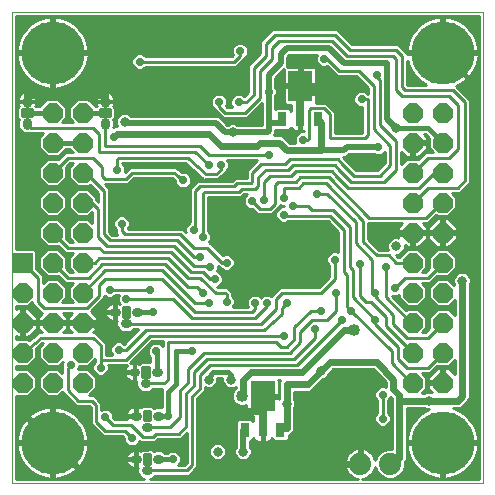
<source format=gbr>
G75*
%MOIN*%
%OFA0B0*%
%FSLAX24Y24*%
%IPPOS*%
%LPD*%
%AMOC8*
5,1,8,0,0,1.08239X$1,22.5*
%
%ADD10C,0.0010*%
%ADD11R,0.0660X0.0660*%
%ADD12OC8,0.0660*%
%ADD13C,0.2100*%
%ADD14C,0.0740*%
%ADD15R,0.0315X0.0472*%
%ADD16R,0.0315X0.0906*%
%ADD17R,0.0787X0.0984*%
%ADD18C,0.0315*%
%ADD19C,0.0157*%
%ADD20C,0.0280*%
%ADD21C,0.0100*%
%ADD22C,0.0240*%
%ADD23C,0.0400*%
%ADD24C,0.0320*%
%ADD25C,0.0200*%
%ADD26C,0.0160*%
%ADD27C,0.0480*%
D10*
X000280Y001140D02*
X000280Y016840D01*
X015980Y016840D01*
X015980Y001140D01*
X000280Y001140D01*
D11*
X000630Y008490D03*
D12*
X000630Y007490D03*
X000630Y006490D03*
X000630Y005490D03*
X000630Y004490D03*
X001630Y004490D03*
X001630Y005490D03*
X001630Y006490D03*
X001630Y007490D03*
X001630Y008490D03*
X001630Y009490D03*
X001630Y010490D03*
X001630Y011490D03*
X001630Y012490D03*
X001630Y013490D03*
X002630Y013490D03*
X002630Y012490D03*
X002630Y011490D03*
X002630Y010490D03*
X002630Y009490D03*
X002630Y008490D03*
X002630Y007490D03*
X002630Y006490D03*
X002630Y005490D03*
X002630Y004490D03*
X013630Y004490D03*
X013630Y005490D03*
X013630Y006490D03*
X013630Y007490D03*
X013630Y008490D03*
X013630Y009490D03*
X013630Y010490D03*
X013630Y011490D03*
X013630Y012490D03*
X013630Y013490D03*
X014630Y013490D03*
X014630Y012490D03*
X014630Y011490D03*
X014630Y010490D03*
X014630Y009490D03*
X014630Y008490D03*
X014630Y007490D03*
X014630Y006490D03*
X014630Y005490D03*
X014630Y004490D03*
D13*
X014630Y002490D03*
X014630Y015490D03*
X001630Y015490D03*
X001630Y002490D03*
D14*
X011880Y001790D03*
X012880Y001790D03*
D15*
X009221Y002910D03*
X008039Y002910D03*
X009289Y013260D03*
X010471Y013260D03*
D16*
X009880Y013477D03*
X008630Y003127D03*
D17*
X008630Y004032D03*
X009880Y014382D03*
D18*
X004480Y006840D02*
X004480Y006840D01*
X004420Y006840D01*
X004420Y006840D01*
X004480Y006840D01*
X004050Y006460D02*
X004050Y006460D01*
X004110Y006460D01*
X004110Y006460D01*
X004050Y006460D01*
X003680Y006840D02*
X003680Y006840D01*
X003740Y006840D01*
X003740Y006840D01*
X003680Y006840D01*
X004330Y004840D02*
X004330Y004840D01*
X004390Y004840D01*
X004390Y004840D01*
X004330Y004840D01*
X004700Y004460D02*
X004700Y004460D01*
X004760Y004460D01*
X004760Y004460D01*
X004700Y004460D01*
X005130Y004840D02*
X005130Y004840D01*
X005070Y004840D01*
X005070Y004840D01*
X005130Y004840D01*
X005180Y003390D02*
X005180Y003390D01*
X005120Y003390D01*
X005120Y003390D01*
X005180Y003390D01*
X004750Y003010D02*
X004750Y003010D01*
X004810Y003010D01*
X004810Y003010D01*
X004750Y003010D01*
X004380Y003390D02*
X004380Y003390D01*
X004440Y003390D01*
X004440Y003390D01*
X004380Y003390D01*
X004380Y001940D02*
X004380Y001940D01*
X004440Y001940D01*
X004440Y001940D01*
X004380Y001940D01*
X004750Y001560D02*
X004750Y001560D01*
X004810Y001560D01*
X004810Y001560D01*
X004750Y001560D01*
X005180Y001940D02*
X005180Y001940D01*
X005120Y001940D01*
X005120Y001940D01*
X005180Y001940D01*
X003380Y013081D02*
X003380Y013081D01*
X003380Y013161D01*
X003380Y013161D01*
X003380Y013081D01*
X003380Y013819D02*
X003380Y013819D01*
X003380Y013899D01*
X003380Y013899D01*
X003380Y013819D01*
X000780Y013819D02*
X000780Y013819D01*
X000780Y013899D01*
X000780Y013899D01*
X000780Y013819D01*
X000780Y013081D02*
X000780Y013081D01*
X000780Y013161D01*
X000780Y013161D01*
X000780Y013081D01*
D19*
X000899Y013411D02*
X000661Y013411D01*
X000661Y013569D01*
X000899Y013569D01*
X000899Y013411D01*
X000899Y013567D02*
X000661Y013567D01*
X003261Y013411D02*
X003499Y013411D01*
X003261Y013411D02*
X003261Y013569D01*
X003499Y013569D01*
X003499Y013411D01*
X003499Y013567D02*
X003261Y013567D01*
X004159Y006959D02*
X004159Y006721D01*
X004001Y006721D01*
X004001Y006959D01*
X004159Y006959D01*
X004159Y006877D02*
X004001Y006877D01*
X004809Y004959D02*
X004809Y004721D01*
X004651Y004721D01*
X004651Y004959D01*
X004809Y004959D01*
X004809Y004877D02*
X004651Y004877D01*
X004859Y003509D02*
X004859Y003271D01*
X004701Y003271D01*
X004701Y003509D01*
X004859Y003509D01*
X004859Y003427D02*
X004701Y003427D01*
X004859Y002059D02*
X004859Y001821D01*
X004701Y001821D01*
X004701Y002059D01*
X004859Y002059D01*
X004859Y001977D02*
X004701Y001977D01*
D20*
X004780Y001940D03*
X004780Y002390D03*
X004280Y002640D03*
X003830Y002590D03*
X003730Y001890D03*
X003330Y001840D03*
X002580Y001540D03*
X003380Y003340D03*
X003780Y003390D03*
X004780Y003390D03*
X004730Y003990D03*
X005480Y003390D03*
X005630Y001940D03*
X007480Y003340D03*
X007230Y004440D03*
X006280Y005540D03*
X005080Y005540D03*
X004730Y004840D03*
X003830Y005590D03*
X003780Y006040D03*
X004080Y006840D03*
X004080Y007290D03*
X003530Y007590D03*
X003030Y006840D03*
X002230Y005090D03*
X003230Y004990D03*
X003680Y004890D03*
X004980Y006840D03*
X004880Y007590D03*
X006630Y007490D03*
X006830Y007140D03*
X007430Y007190D03*
X007930Y007390D03*
X008380Y007140D03*
X008780Y007140D03*
X009430Y007140D03*
X009730Y008190D03*
X009780Y009390D03*
X009330Y010090D03*
X009630Y010390D03*
X009330Y010640D03*
X008680Y010590D03*
X008280Y010540D03*
X007230Y011740D03*
X006830Y011740D03*
X005980Y011240D03*
X005530Y010890D03*
X004380Y010940D03*
X003730Y010340D03*
X003930Y009790D03*
X003780Y011590D03*
X003680Y012690D03*
X004380Y013790D03*
X005230Y014390D03*
X004530Y015190D03*
X003080Y015390D03*
X006130Y014390D03*
X007180Y013840D03*
X007830Y013840D03*
X008830Y014190D03*
X007880Y015540D03*
X008530Y016490D03*
X010630Y014190D03*
X010980Y014190D03*
X011330Y014190D03*
X011930Y013940D03*
X012430Y014740D03*
X011280Y013240D03*
X010580Y012240D03*
X009980Y012590D03*
X008830Y012090D03*
X010430Y010790D03*
X011930Y011940D03*
X012480Y012340D03*
X013630Y014590D03*
X013630Y016490D03*
X011230Y016490D03*
X010680Y015290D03*
X006980Y010240D03*
X006330Y009590D03*
X006630Y009340D03*
X006530Y008690D03*
X006880Y008340D03*
X007030Y007940D03*
X007430Y008490D03*
X009340Y006050D03*
X010380Y006290D03*
X010580Y006890D03*
X011080Y007490D03*
X011580Y006890D03*
X011280Y006590D03*
X012380Y006590D03*
X012380Y007490D03*
X013030Y007640D03*
X012730Y008340D03*
X011880Y008440D03*
X011030Y008590D03*
X012713Y009490D03*
X011030Y004790D03*
X011030Y004490D03*
X011030Y003990D03*
X011030Y003540D03*
X011030Y003040D03*
X010830Y002340D03*
X011280Y001390D03*
X012630Y003290D03*
X012630Y004090D03*
X013580Y001390D03*
X015630Y003490D03*
X007630Y001740D03*
X002130Y009990D03*
X001030Y010890D03*
D21*
X001170Y010681D02*
X001170Y010299D01*
X001439Y010030D01*
X001821Y010030D01*
X002090Y010299D01*
X002090Y010681D01*
X001821Y010950D01*
X001439Y010950D01*
X001170Y010681D01*
X001170Y010666D02*
X000415Y010666D01*
X000415Y010764D02*
X001253Y010764D01*
X001352Y010863D02*
X000415Y010863D01*
X000415Y010961D02*
X003004Y010961D01*
X002908Y010863D02*
X003103Y010863D01*
X003150Y010815D02*
X003150Y010525D01*
X003110Y010565D01*
X003090Y010585D01*
X003090Y010681D01*
X002821Y010950D01*
X002439Y010950D01*
X002170Y010681D01*
X002170Y010299D01*
X002439Y010030D01*
X002821Y010030D01*
X002950Y010159D01*
X002950Y009821D01*
X002821Y009950D01*
X002439Y009950D01*
X002170Y009681D01*
X002170Y009299D01*
X002299Y009170D01*
X002205Y009170D01*
X002083Y009292D01*
X002090Y009299D01*
X002090Y009681D01*
X001821Y009950D01*
X001439Y009950D01*
X001170Y009681D01*
X001170Y009299D01*
X001439Y009030D01*
X001821Y009030D01*
X001828Y009037D01*
X002055Y008810D01*
X002299Y008810D01*
X002170Y008681D01*
X002170Y008299D01*
X002299Y008170D01*
X002205Y008170D01*
X002083Y008292D01*
X002090Y008299D01*
X002090Y008681D01*
X001821Y008950D01*
X001439Y008950D01*
X001170Y008681D01*
X001170Y008299D01*
X001439Y008030D01*
X001821Y008030D01*
X001828Y008037D01*
X002055Y007810D01*
X002299Y007810D01*
X002170Y007681D01*
X002170Y007299D01*
X002299Y007170D01*
X001961Y007170D01*
X002090Y007299D01*
X002090Y007681D01*
X001821Y007950D01*
X001439Y007950D01*
X001310Y007821D01*
X001310Y008065D01*
X001090Y008285D01*
X001090Y008874D01*
X001014Y008950D01*
X000415Y008950D01*
X000415Y016705D01*
X015845Y016705D01*
X015845Y001275D01*
X011952Y001275D01*
X012002Y001283D01*
X012080Y001308D01*
X012153Y001345D01*
X012219Y001393D01*
X012277Y001451D01*
X012325Y001517D01*
X012362Y001590D01*
X012387Y001668D01*
X012388Y001672D01*
X012456Y001507D01*
X012597Y001366D01*
X012781Y001290D01*
X012979Y001290D01*
X013163Y001366D01*
X013304Y001507D01*
X013380Y001691D01*
X013380Y001836D01*
X013392Y001848D01*
X013430Y001940D01*
X013430Y003640D01*
X014026Y003640D01*
X014122Y003600D01*
X014169Y003600D01*
X014049Y003542D01*
X013934Y003470D01*
X013829Y003386D01*
X013734Y003291D01*
X013650Y003185D01*
X013578Y003071D01*
X013520Y002950D01*
X013475Y002823D01*
X013445Y002691D01*
X013430Y002557D01*
X013430Y002540D01*
X014580Y002540D01*
X014580Y002440D01*
X014680Y002440D01*
X014680Y002540D01*
X015830Y002540D01*
X015830Y002557D01*
X015815Y002691D01*
X015785Y002823D01*
X015740Y002950D01*
X015682Y003071D01*
X015610Y003185D01*
X015526Y003291D01*
X015431Y003386D01*
X015325Y003470D01*
X015211Y003542D01*
X015090Y003600D01*
X014977Y003640D01*
X015180Y003640D01*
X015272Y003678D01*
X015342Y003748D01*
X015492Y003898D01*
X015530Y003990D01*
X015530Y007736D01*
X015570Y007832D01*
X015570Y007948D01*
X015526Y008054D01*
X015444Y008136D01*
X015338Y008180D01*
X015222Y008180D01*
X015116Y008136D01*
X015034Y008054D01*
X014990Y007948D01*
X014990Y007832D01*
X015027Y007744D01*
X014821Y007950D01*
X014439Y007950D01*
X014170Y007681D01*
X014170Y007299D01*
X014439Y007030D01*
X014821Y007030D01*
X015030Y007239D01*
X015030Y006741D01*
X014821Y006950D01*
X014439Y006950D01*
X014170Y006681D01*
X014170Y006299D01*
X014177Y006292D01*
X014055Y006170D01*
X013961Y006170D01*
X014090Y006299D01*
X014090Y006681D01*
X013821Y006950D01*
X013439Y006950D01*
X013407Y006918D01*
X012939Y007385D01*
X012976Y007370D01*
X013084Y007370D01*
X013170Y007406D01*
X013170Y007299D01*
X013439Y007030D01*
X013821Y007030D01*
X014090Y007299D01*
X014090Y007681D01*
X013961Y007810D01*
X014205Y007810D01*
X014432Y008037D01*
X014439Y008030D01*
X014821Y008030D01*
X015090Y008299D01*
X015090Y008681D01*
X014821Y008950D01*
X014439Y008950D01*
X014170Y008681D01*
X014170Y008299D01*
X014177Y008292D01*
X014055Y008170D01*
X013961Y008170D01*
X014090Y008299D01*
X014090Y008681D01*
X013821Y008950D01*
X013439Y008950D01*
X013170Y008681D01*
X013170Y008670D01*
X013155Y008670D01*
X013075Y008750D01*
X013138Y008750D01*
X013244Y008794D01*
X013283Y008794D01*
X013244Y008794D02*
X013326Y008876D01*
X013370Y008982D01*
X013370Y009071D01*
X013431Y009010D01*
X013580Y009010D01*
X013580Y009440D01*
X013150Y009440D01*
X013150Y009325D01*
X013138Y009330D01*
X013022Y009330D01*
X012916Y009286D01*
X012834Y009204D01*
X012790Y009098D01*
X012790Y008982D01*
X012816Y008920D01*
X012505Y008920D01*
X012160Y009265D01*
X012160Y009810D01*
X012255Y009810D01*
X013271Y009810D01*
X013150Y009689D01*
X013150Y009540D01*
X013580Y009540D01*
X013580Y009440D01*
X013680Y009440D01*
X013680Y009540D01*
X014110Y009540D01*
X014110Y009689D01*
X013989Y009810D01*
X014155Y009810D01*
X014260Y009915D01*
X014407Y010062D01*
X014439Y010030D01*
X014821Y010030D01*
X015090Y010299D01*
X015090Y010681D01*
X014961Y010810D01*
X015205Y010810D01*
X015310Y010915D01*
X015560Y011165D01*
X015560Y013915D01*
X015160Y014315D01*
X015093Y014381D01*
X015211Y014438D01*
X015325Y014510D01*
X015431Y014594D01*
X015526Y014689D01*
X015610Y014794D01*
X015682Y014909D01*
X015740Y015030D01*
X015785Y015157D01*
X015815Y015289D01*
X015830Y015423D01*
X015830Y015440D01*
X014680Y015440D01*
X014680Y015540D01*
X014580Y015540D01*
X014580Y016690D01*
X014563Y016690D01*
X014429Y016675D01*
X014297Y016645D01*
X014170Y016600D01*
X014049Y016542D01*
X013934Y016470D01*
X013829Y016386D01*
X013734Y016291D01*
X013650Y016185D01*
X013578Y016071D01*
X013520Y015950D01*
X013475Y015823D01*
X013445Y015691D01*
X013430Y015557D01*
X013430Y015540D01*
X014580Y015540D01*
X014580Y015440D01*
X013460Y015440D01*
X013460Y015465D01*
X013260Y015665D01*
X013155Y015770D01*
X011605Y015770D01*
X011210Y016165D01*
X011105Y016270D01*
X008955Y016270D01*
X008655Y015970D01*
X008550Y015865D01*
X008550Y015465D01*
X008255Y015170D01*
X008150Y015065D01*
X008150Y014165D01*
X008019Y014033D01*
X007983Y014069D01*
X007884Y014110D01*
X007776Y014110D01*
X007677Y014069D01*
X007601Y013993D01*
X007560Y013894D01*
X007560Y013786D01*
X007601Y013687D01*
X007618Y013670D01*
X007455Y013670D01*
X007417Y013707D01*
X007450Y013786D01*
X007450Y013894D01*
X007409Y013993D01*
X007333Y014069D01*
X007234Y014110D01*
X007126Y014110D01*
X007027Y014069D01*
X006951Y013993D01*
X006910Y013894D01*
X006910Y013786D01*
X006951Y013687D01*
X007000Y013638D01*
X007000Y013615D01*
X007105Y013510D01*
X007305Y013310D01*
X008105Y013310D01*
X008210Y013415D01*
X008600Y013805D01*
X008600Y013070D01*
X007810Y013070D01*
X007794Y013086D01*
X007688Y013130D01*
X007572Y013130D01*
X007466Y013086D01*
X007463Y013083D01*
X007175Y013370D01*
X004260Y013370D01*
X004194Y013436D01*
X004088Y013480D01*
X003972Y013480D01*
X003866Y013436D01*
X003784Y013354D01*
X003740Y013248D01*
X003740Y013132D01*
X003778Y013040D01*
X003730Y013040D01*
X003662Y013012D01*
X003667Y013024D01*
X003667Y013217D01*
X003648Y013265D01*
X003707Y013325D01*
X003772Y013325D01*
X003707Y013325D02*
X003707Y013655D01*
X003663Y013699D01*
X003676Y013730D01*
X003687Y013790D01*
X003687Y013831D01*
X003409Y013831D01*
X003409Y013888D01*
X003687Y013888D01*
X003687Y013929D01*
X003676Y013988D01*
X003652Y014044D01*
X003619Y014095D01*
X003576Y014137D01*
X003526Y014171D01*
X003470Y014194D01*
X003410Y014206D01*
X003409Y014206D01*
X003409Y013888D01*
X003351Y013888D01*
X003351Y013831D01*
X003073Y013831D01*
X003073Y013790D01*
X003084Y013730D01*
X003097Y013700D01*
X003071Y013700D01*
X002821Y013950D01*
X002439Y013950D01*
X002170Y013681D01*
X002170Y013299D01*
X002299Y013170D01*
X001961Y013170D01*
X002090Y013299D01*
X002090Y013681D01*
X001821Y013950D01*
X001439Y013950D01*
X001189Y013700D01*
X001063Y013700D01*
X001076Y013730D01*
X001087Y013790D01*
X001087Y013831D01*
X000809Y013831D01*
X000809Y013888D01*
X001087Y013888D01*
X001087Y013929D01*
X001076Y013988D01*
X001052Y014044D01*
X001019Y014095D01*
X000976Y014137D01*
X000926Y014171D01*
X000870Y014194D01*
X000810Y014206D01*
X000809Y014206D01*
X000809Y013888D01*
X000751Y013888D01*
X000751Y013831D01*
X000473Y013831D01*
X000473Y013790D01*
X000484Y013730D01*
X000497Y013699D01*
X000453Y013655D01*
X000453Y013325D01*
X000415Y013325D01*
X000453Y013325D02*
X000512Y013265D01*
X000493Y013217D01*
X000493Y013024D01*
X000536Y012918D01*
X000617Y012838D01*
X000723Y012794D01*
X000837Y012794D01*
X000876Y012810D01*
X001299Y012810D01*
X001170Y012681D01*
X001170Y012299D01*
X001439Y012030D01*
X001821Y012030D01*
X002071Y012280D01*
X002189Y012280D01*
X002299Y012170D01*
X002055Y012170D01*
X001828Y011943D01*
X001821Y011950D01*
X001439Y011950D01*
X001170Y011681D01*
X001170Y011299D01*
X001439Y011030D01*
X001821Y011030D01*
X002090Y011299D01*
X002090Y011681D01*
X002083Y011688D01*
X002205Y011810D01*
X002299Y011810D01*
X002170Y011681D01*
X002170Y011299D01*
X002439Y011030D01*
X002821Y011030D01*
X002878Y011087D01*
X003150Y010815D01*
X003150Y010764D02*
X003007Y010764D01*
X003090Y010666D02*
X003150Y010666D01*
X003150Y010567D02*
X003108Y010567D01*
X002930Y010490D02*
X003130Y010290D01*
X003130Y009340D01*
X003430Y009040D01*
X005680Y009040D01*
X006330Y008390D01*
X006830Y008390D01*
X006880Y008340D01*
X007116Y008203D02*
X010850Y008203D01*
X010850Y008105D02*
X007247Y008105D01*
X007259Y008093D02*
X007183Y008169D01*
X007113Y008198D01*
X007150Y008286D01*
X007150Y008365D01*
X007205Y008310D01*
X007228Y008310D01*
X007277Y008261D01*
X007376Y008220D01*
X007484Y008220D01*
X007583Y008261D01*
X007659Y008337D01*
X007700Y008436D01*
X007700Y008544D01*
X007659Y008643D01*
X007583Y008719D01*
X007484Y008760D01*
X007376Y008760D01*
X007297Y008727D01*
X006855Y009170D01*
X006842Y009170D01*
X006859Y009187D01*
X006900Y009286D01*
X006900Y009394D01*
X006859Y009493D01*
X006810Y009542D01*
X006810Y010660D01*
X007905Y010660D01*
X008005Y010760D01*
X008118Y010760D01*
X008051Y010693D01*
X008010Y010594D01*
X008010Y010486D01*
X008051Y010387D01*
X008127Y010311D01*
X008226Y010270D01*
X008295Y010270D01*
X008455Y010110D01*
X008955Y010110D01*
X009060Y010215D01*
X009060Y010215D01*
X009105Y010260D01*
X009210Y010365D01*
X009210Y010397D01*
X009276Y010370D01*
X009210Y010370D01*
X009177Y010319D02*
X009101Y010243D01*
X009060Y010144D01*
X009060Y010036D01*
X009101Y009937D01*
X009177Y009861D01*
X009276Y009820D01*
X009384Y009820D01*
X009480Y009860D01*
X010805Y009860D01*
X011150Y009515D01*
X011150Y008833D01*
X011084Y008860D01*
X010976Y008860D01*
X010877Y008819D01*
X010801Y008743D01*
X010760Y008644D01*
X010760Y008536D01*
X010801Y008437D01*
X010850Y008388D01*
X010850Y008015D01*
X010505Y007670D01*
X009205Y007670D01*
X009100Y007565D01*
X008913Y007377D01*
X008834Y007410D01*
X008726Y007410D01*
X008627Y007369D01*
X008580Y007322D01*
X008533Y007369D01*
X008434Y007410D01*
X008326Y007410D01*
X008227Y007369D01*
X008151Y007293D01*
X008110Y007194D01*
X008110Y007086D01*
X008137Y007020D01*
X007642Y007020D01*
X007659Y007037D01*
X007700Y007136D01*
X007700Y007244D01*
X007659Y007343D01*
X007610Y007392D01*
X007610Y007515D01*
X007560Y007565D01*
X007455Y007670D01*
X007150Y007670D01*
X007129Y007689D01*
X007183Y007711D01*
X007259Y007787D01*
X007300Y007886D01*
X007300Y007994D01*
X007259Y008093D01*
X007295Y008006D02*
X010841Y008006D01*
X010743Y007908D02*
X007300Y007908D01*
X007268Y007809D02*
X010644Y007809D01*
X010546Y007711D02*
X007182Y007711D01*
X007080Y007490D02*
X006530Y007990D01*
X006130Y007990D01*
X005480Y008640D01*
X003180Y008640D01*
X003030Y008490D01*
X002630Y008490D01*
X002283Y008794D02*
X001977Y008794D01*
X001973Y008893D02*
X001878Y008893D01*
X001874Y008991D02*
X000415Y008991D01*
X000415Y009090D02*
X001380Y009090D01*
X001281Y009188D02*
X000415Y009188D01*
X000415Y009287D02*
X001183Y009287D01*
X001170Y009385D02*
X000415Y009385D01*
X000415Y009484D02*
X001170Y009484D01*
X001170Y009582D02*
X000415Y009582D01*
X000415Y009681D02*
X001170Y009681D01*
X001268Y009779D02*
X000415Y009779D01*
X000415Y009878D02*
X001367Y009878D01*
X001395Y010075D02*
X000415Y010075D01*
X000415Y010173D02*
X001296Y010173D01*
X001198Y010272D02*
X000415Y010272D01*
X000415Y010370D02*
X001170Y010370D01*
X001170Y010469D02*
X000415Y010469D01*
X000415Y010567D02*
X001170Y010567D01*
X001410Y011060D02*
X000415Y011060D01*
X000415Y011158D02*
X001311Y011158D01*
X001213Y011257D02*
X000415Y011257D01*
X000415Y011355D02*
X001170Y011355D01*
X001170Y011454D02*
X000415Y011454D01*
X000415Y011552D02*
X001170Y011552D01*
X001170Y011651D02*
X000415Y011651D01*
X000415Y011749D02*
X001238Y011749D01*
X001337Y011848D02*
X000415Y011848D01*
X000415Y011946D02*
X001435Y011946D01*
X001425Y012045D02*
X000415Y012045D01*
X000415Y012143D02*
X001326Y012143D01*
X001228Y012242D02*
X000415Y012242D01*
X000415Y012340D02*
X001170Y012340D01*
X001170Y012439D02*
X000415Y012439D01*
X000415Y012537D02*
X001170Y012537D01*
X001170Y012636D02*
X000415Y012636D01*
X000415Y012734D02*
X001223Y012734D01*
X000911Y012990D02*
X000780Y013121D01*
X000911Y012990D02*
X002980Y012990D01*
X003180Y012790D01*
X003180Y012190D01*
X006380Y012190D01*
X006830Y011740D01*
X006730Y011440D02*
X006130Y011990D01*
X003830Y011990D01*
X003780Y011940D01*
X003780Y011590D01*
X004035Y011499D02*
X004050Y011536D01*
X004050Y011644D01*
X004009Y011743D01*
X003960Y011792D01*
X003960Y011810D01*
X006060Y011810D01*
X006605Y011310D01*
X006655Y011260D01*
X006660Y011260D01*
X006663Y011257D01*
X006734Y011260D01*
X007155Y011260D01*
X007260Y011365D01*
X007260Y011365D01*
X007305Y011410D01*
X007410Y011515D01*
X007410Y011538D01*
X007459Y011587D01*
X007500Y011686D01*
X007500Y011794D01*
X007459Y011893D01*
X007442Y011910D01*
X008445Y011910D01*
X008400Y011865D01*
X008100Y011565D01*
X008100Y011320D01*
X007705Y011320D01*
X007605Y011220D01*
X006455Y011220D01*
X006350Y011115D01*
X006200Y010965D01*
X006200Y009828D01*
X006177Y009819D01*
X006101Y009743D01*
X006060Y009644D01*
X006060Y009536D01*
X006075Y009499D01*
X005955Y009620D01*
X004142Y009620D01*
X004159Y009637D01*
X004200Y009736D01*
X004200Y009844D01*
X004159Y009943D01*
X004083Y010019D01*
X003984Y010060D01*
X003876Y010060D01*
X003777Y010019D01*
X003701Y009943D01*
X003660Y009844D01*
X003660Y009736D01*
X003701Y009637D01*
X003750Y009588D01*
X003750Y009465D01*
X003795Y009420D01*
X003605Y009420D01*
X003510Y009515D01*
X003510Y010965D01*
X003405Y011070D01*
X003405Y011070D01*
X003365Y011110D01*
X004155Y011110D01*
X004260Y011215D01*
X004355Y011310D01*
X005615Y011310D01*
X005710Y011231D01*
X005710Y011186D01*
X005751Y011087D01*
X005827Y011011D01*
X005926Y010970D01*
X006034Y010970D01*
X006133Y011011D01*
X006209Y011087D01*
X006250Y011186D01*
X006250Y011294D01*
X006209Y011393D01*
X006133Y011469D01*
X006034Y011510D01*
X005937Y011510D01*
X005802Y011623D01*
X005755Y011670D01*
X005745Y011670D01*
X005738Y011676D01*
X005672Y011670D01*
X004205Y011670D01*
X004035Y011499D01*
X004050Y011552D02*
X004087Y011552D01*
X004047Y011651D02*
X004186Y011651D01*
X004280Y011490D02*
X004080Y011290D01*
X003380Y011290D01*
X003280Y011390D01*
X003280Y011690D01*
X002980Y011990D01*
X002130Y011990D01*
X001630Y011490D01*
X001949Y011158D02*
X002311Y011158D01*
X002213Y011257D02*
X002047Y011257D01*
X002090Y011355D02*
X002170Y011355D01*
X002170Y011454D02*
X002090Y011454D01*
X002090Y011552D02*
X002170Y011552D01*
X002170Y011651D02*
X002090Y011651D01*
X002144Y011749D02*
X002238Y011749D01*
X001930Y012045D02*
X001835Y012045D01*
X001825Y011946D02*
X001831Y011946D01*
X001934Y012143D02*
X002028Y012143D01*
X002032Y012242D02*
X002228Y012242D01*
X002630Y011490D02*
X002730Y011490D01*
X003330Y010890D01*
X003330Y009440D01*
X003530Y009240D01*
X005780Y009240D01*
X006330Y008690D01*
X006530Y008690D01*
X006330Y008990D02*
X006780Y008990D01*
X007280Y008490D01*
X007430Y008490D01*
X007237Y008302D02*
X007150Y008302D01*
X007030Y007940D02*
X006880Y007940D01*
X006630Y008190D01*
X006230Y008190D01*
X005580Y008840D01*
X003330Y008840D01*
X003180Y008990D01*
X002130Y008990D01*
X001630Y009490D01*
X002090Y009484D02*
X002170Y009484D01*
X002170Y009582D02*
X002090Y009582D01*
X002090Y009681D02*
X002170Y009681D01*
X002268Y009779D02*
X001992Y009779D01*
X001893Y009878D02*
X002367Y009878D01*
X002395Y010075D02*
X001865Y010075D01*
X001964Y010173D02*
X002296Y010173D01*
X002198Y010272D02*
X002062Y010272D01*
X002090Y010370D02*
X002170Y010370D01*
X002170Y010469D02*
X002090Y010469D01*
X002090Y010567D02*
X002170Y010567D01*
X002170Y010666D02*
X002090Y010666D01*
X002007Y010764D02*
X002253Y010764D01*
X002352Y010863D02*
X001908Y010863D01*
X001850Y011060D02*
X002410Y011060D01*
X002850Y011060D02*
X002906Y011060D01*
X002930Y010490D02*
X002630Y010490D01*
X002865Y010075D02*
X002950Y010075D01*
X002950Y009976D02*
X000415Y009976D01*
X001071Y008893D02*
X001382Y008893D01*
X001283Y008794D02*
X001090Y008794D01*
X001090Y008696D02*
X001185Y008696D01*
X001170Y008597D02*
X001090Y008597D01*
X001090Y008499D02*
X001170Y008499D01*
X001170Y008400D02*
X001090Y008400D01*
X001090Y008302D02*
X001170Y008302D01*
X001172Y008203D02*
X001266Y008203D01*
X001270Y008105D02*
X001365Y008105D01*
X001310Y008006D02*
X001859Y008006D01*
X001863Y007908D02*
X001958Y007908D01*
X001962Y007809D02*
X002298Y007809D01*
X002200Y007711D02*
X002060Y007711D01*
X002090Y007612D02*
X002170Y007612D01*
X002170Y007514D02*
X002090Y007514D01*
X002090Y007415D02*
X002170Y007415D01*
X002170Y007317D02*
X002090Y007317D01*
X002009Y007218D02*
X002251Y007218D01*
X002271Y006810D02*
X001989Y006810D01*
X002110Y006689D01*
X002110Y006540D01*
X001680Y006540D01*
X001680Y006440D01*
X002110Y006440D01*
X002110Y006291D01*
X001989Y006170D01*
X002271Y006170D01*
X002150Y006291D01*
X002150Y006440D01*
X002580Y006440D01*
X002580Y006540D01*
X002150Y006540D01*
X002150Y006689D01*
X002271Y006810D01*
X002187Y006726D02*
X002073Y006726D01*
X002110Y006627D02*
X002150Y006627D01*
X002150Y006430D02*
X002110Y006430D01*
X002110Y006332D02*
X002150Y006332D01*
X002208Y006233D02*
X002052Y006233D01*
X001680Y006529D02*
X002580Y006529D01*
X002680Y006529D02*
X003768Y006529D01*
X003769Y006533D02*
X003763Y006517D01*
X003763Y006403D01*
X003807Y006297D01*
X003888Y006216D01*
X003993Y006173D01*
X004167Y006173D01*
X004272Y006216D01*
X004316Y006260D01*
X004495Y006260D01*
X004019Y005783D01*
X003983Y005819D01*
X003884Y005860D01*
X003776Y005860D01*
X003677Y005819D01*
X003601Y005743D01*
X003560Y005644D01*
X003560Y005536D01*
X003601Y005437D01*
X003618Y005420D01*
X003410Y005420D01*
X003410Y005815D01*
X003160Y006065D01*
X003055Y006170D01*
X002989Y006170D01*
X003110Y006291D01*
X003110Y006440D01*
X002680Y006440D01*
X002680Y006540D01*
X003110Y006540D01*
X003110Y006689D01*
X002922Y006877D01*
X002960Y006915D01*
X003360Y007315D01*
X003360Y007378D01*
X003377Y007361D01*
X003476Y007320D01*
X003584Y007320D01*
X003683Y007361D01*
X003732Y007410D01*
X003837Y007410D01*
X003810Y007344D01*
X003810Y007236D01*
X003851Y007137D01*
X003868Y007120D01*
X003868Y007120D01*
X003829Y007136D01*
X003770Y007147D01*
X003739Y007147D01*
X003739Y006869D01*
X003681Y006869D01*
X003681Y007147D01*
X003650Y007147D01*
X003591Y007136D01*
X003535Y007112D01*
X003484Y007079D01*
X003442Y007036D01*
X003408Y006986D01*
X003385Y006930D01*
X003373Y006870D01*
X003373Y006869D01*
X003681Y006869D01*
X003681Y006811D01*
X003739Y006811D01*
X003739Y006533D01*
X003769Y006533D01*
X003681Y006533D02*
X003681Y006811D01*
X003373Y006811D01*
X003373Y006810D01*
X003385Y006750D01*
X003408Y006694D01*
X003442Y006644D01*
X003484Y006601D01*
X003535Y006568D01*
X003591Y006544D01*
X003650Y006533D01*
X003681Y006533D01*
X003681Y006627D02*
X003739Y006627D01*
X003739Y006726D02*
X003681Y006726D01*
X003681Y006824D02*
X002975Y006824D01*
X002967Y006923D02*
X003383Y006923D01*
X003432Y007021D02*
X003066Y007021D01*
X003164Y007120D02*
X003552Y007120D01*
X003681Y007120D02*
X003739Y007120D01*
X003739Y007021D02*
X003681Y007021D01*
X003681Y006923D02*
X003739Y006923D01*
X003818Y007218D02*
X003263Y007218D01*
X003360Y007317D02*
X003810Y007317D01*
X004080Y007290D02*
X005630Y007290D01*
X006280Y006640D01*
X008380Y006640D01*
X008780Y007040D01*
X008780Y007140D01*
X008950Y007415D02*
X007610Y007415D01*
X007610Y007514D02*
X009049Y007514D01*
X009147Y007612D02*
X007513Y007612D01*
X007380Y007490D02*
X007080Y007490D01*
X007380Y007490D02*
X007430Y007440D01*
X007430Y007190D01*
X007670Y007317D02*
X008175Y007317D01*
X008120Y007218D02*
X007700Y007218D01*
X007693Y007120D02*
X008110Y007120D01*
X008137Y007021D02*
X007643Y007021D01*
X008280Y006840D02*
X006380Y006840D01*
X005280Y007940D01*
X003380Y007940D01*
X003180Y007740D01*
X003180Y007390D01*
X002780Y006990D01*
X001330Y006990D01*
X001130Y007190D01*
X001130Y007990D01*
X000630Y008490D01*
X001310Y007908D02*
X001397Y007908D01*
X001630Y008490D02*
X002130Y007990D01*
X002830Y007990D01*
X003280Y008440D01*
X005380Y008440D01*
X006130Y007690D01*
X006430Y007690D01*
X006630Y007490D01*
X006830Y007140D02*
X006380Y007140D01*
X005280Y008240D01*
X003380Y008240D01*
X002630Y007490D01*
X002266Y008203D02*
X002172Y008203D01*
X002170Y008302D02*
X002090Y008302D01*
X002090Y008400D02*
X002170Y008400D01*
X002170Y008499D02*
X002090Y008499D01*
X002090Y008597D02*
X002170Y008597D01*
X002185Y008696D02*
X002075Y008696D01*
X002187Y009188D02*
X002281Y009188D01*
X002183Y009287D02*
X002088Y009287D01*
X002090Y009385D02*
X002170Y009385D01*
X002893Y009878D02*
X002950Y009878D01*
X003510Y009878D02*
X003674Y009878D01*
X003660Y009779D02*
X003510Y009779D01*
X003510Y009681D02*
X003683Y009681D01*
X003750Y009582D02*
X003510Y009582D01*
X003541Y009484D02*
X003750Y009484D01*
X003930Y009540D02*
X003930Y009790D01*
X003930Y009540D02*
X004030Y009440D01*
X005880Y009440D01*
X006330Y008990D01*
X006630Y009340D02*
X006630Y010790D01*
X006680Y010840D01*
X007380Y010840D01*
X007730Y010840D01*
X007830Y010840D01*
X007930Y010940D01*
X008080Y010940D01*
X008380Y010940D01*
X008480Y011040D01*
X008480Y011340D01*
X008730Y011590D01*
X009480Y011590D01*
X009630Y011740D01*
X010980Y011740D01*
X011030Y011740D01*
X011180Y011590D01*
X011580Y011190D01*
X012680Y011190D01*
X013080Y011590D01*
X013080Y012540D01*
X012530Y013090D01*
X012530Y014590D01*
X012430Y014690D01*
X012430Y014740D01*
X012330Y014390D02*
X011830Y014890D01*
X011180Y014890D01*
X010780Y015290D01*
X010680Y015290D01*
X010777Y015038D02*
X011105Y014710D01*
X011755Y014710D01*
X012150Y014315D01*
X012150Y014120D01*
X012132Y014120D01*
X012083Y014169D01*
X011984Y014210D01*
X011876Y014210D01*
X011777Y014169D01*
X011701Y014093D01*
X011660Y013994D01*
X011660Y013886D01*
X011701Y013787D01*
X011777Y013711D01*
X011876Y013670D01*
X011950Y013670D01*
X011950Y012820D01*
X011355Y012820D01*
X011060Y012820D01*
X011060Y013515D01*
X010955Y013620D01*
X010755Y013820D01*
X010406Y013820D01*
X010413Y013832D01*
X010424Y013870D01*
X010424Y014332D01*
X009930Y014332D01*
X009930Y014079D01*
X009909Y014079D01*
X009909Y013505D01*
X009851Y013505D01*
X009851Y014079D01*
X009830Y014079D01*
X009830Y014332D01*
X009930Y014332D01*
X009930Y014432D01*
X010424Y014432D01*
X010424Y014894D01*
X010413Y014932D01*
X010394Y014966D01*
X010366Y014994D01*
X010332Y015014D01*
X010293Y015024D01*
X009930Y015024D01*
X009930Y014432D01*
X009830Y014432D01*
X009830Y014332D01*
X009336Y014332D01*
X009336Y013870D01*
X009347Y013832D01*
X009366Y013798D01*
X009394Y013770D01*
X009428Y013750D01*
X009467Y013740D01*
X009573Y013740D01*
X009573Y013555D01*
X009501Y013626D01*
X009078Y013626D01*
X009060Y013608D01*
X009060Y014040D01*
X009100Y014136D01*
X009100Y014244D01*
X009060Y014340D01*
X009060Y014645D01*
X009346Y014931D01*
X009336Y014894D01*
X009336Y014432D01*
X009830Y014432D01*
X009830Y015024D01*
X009467Y015024D01*
X009430Y015014D01*
X009460Y015045D01*
X009460Y015345D01*
X009525Y015410D01*
X010437Y015410D01*
X010410Y015344D01*
X010410Y015236D01*
X010451Y015137D01*
X010527Y015061D01*
X010626Y015020D01*
X010734Y015020D01*
X010777Y015038D01*
X010816Y015000D02*
X010357Y015000D01*
X010422Y014901D02*
X010914Y014901D01*
X011013Y014803D02*
X010424Y014803D01*
X010424Y014704D02*
X011761Y014704D01*
X011860Y014606D02*
X010424Y014606D01*
X010424Y014507D02*
X011958Y014507D01*
X012057Y014409D02*
X009930Y014409D01*
X009930Y014507D02*
X009830Y014507D01*
X009830Y014409D02*
X009060Y014409D01*
X009060Y014507D02*
X009336Y014507D01*
X009336Y014606D02*
X009060Y014606D01*
X009119Y014704D02*
X009336Y014704D01*
X009336Y014803D02*
X009218Y014803D01*
X009316Y014901D02*
X009338Y014901D01*
X009460Y015098D02*
X010490Y015098D01*
X010426Y015197D02*
X009460Y015197D01*
X009460Y015295D02*
X010410Y015295D01*
X010431Y015394D02*
X009509Y015394D01*
X009830Y015000D02*
X009930Y015000D01*
X009930Y014901D02*
X009830Y014901D01*
X009830Y014803D02*
X009930Y014803D01*
X009930Y014704D02*
X009830Y014704D01*
X009830Y014606D02*
X009930Y014606D01*
X009930Y014310D02*
X009830Y014310D01*
X009830Y014212D02*
X009930Y014212D01*
X009930Y014113D02*
X009830Y014113D01*
X009851Y014015D02*
X009909Y014015D01*
X009909Y013916D02*
X009851Y013916D01*
X009851Y013818D02*
X009909Y013818D01*
X009909Y013719D02*
X009851Y013719D01*
X009851Y013621D02*
X009909Y013621D01*
X009909Y013522D02*
X009851Y013522D01*
X009851Y013448D02*
X009909Y013448D01*
X009909Y012874D01*
X010000Y012874D01*
X010000Y012860D01*
X009926Y012860D01*
X009827Y012819D01*
X009751Y012743D01*
X009710Y012644D01*
X009710Y012536D01*
X009729Y012490D01*
X009534Y012490D01*
X009392Y012632D01*
X009322Y012702D01*
X009230Y012740D01*
X009005Y012740D01*
X009010Y012745D01*
X009060Y012795D01*
X009060Y012910D01*
X009062Y012910D01*
X009078Y012894D01*
X009501Y012894D01*
X009577Y012970D01*
X009577Y012988D01*
X009583Y012966D01*
X009602Y012932D01*
X009630Y012904D01*
X009665Y012884D01*
X009703Y012874D01*
X009851Y012874D01*
X009851Y013448D01*
X009851Y013424D02*
X009909Y013424D01*
X009909Y013325D02*
X009851Y013325D01*
X009851Y013227D02*
X009909Y013227D01*
X009909Y013128D02*
X009851Y013128D01*
X009851Y013030D02*
X009909Y013030D01*
X009909Y012931D02*
X009851Y012931D01*
X009860Y012833D02*
X009060Y012833D01*
X009244Y012734D02*
X009747Y012734D01*
X009710Y012636D02*
X009388Y012636D01*
X009487Y012537D02*
X009710Y012537D01*
X009980Y012590D02*
X010130Y012590D01*
X010180Y012640D01*
X010180Y013590D01*
X010230Y013640D01*
X010680Y013640D01*
X010880Y013440D01*
X010880Y012640D01*
X011430Y012640D01*
X012030Y012640D01*
X012130Y012740D01*
X012130Y013940D01*
X011930Y013940D01*
X011688Y013818D02*
X010757Y013818D01*
X010856Y013719D02*
X011769Y013719D01*
X011950Y013621D02*
X010954Y013621D01*
X011053Y013522D02*
X011950Y013522D01*
X011950Y013424D02*
X011060Y013424D01*
X011060Y013325D02*
X011950Y013325D01*
X011950Y013227D02*
X011060Y013227D01*
X011060Y013128D02*
X011950Y013128D01*
X011950Y013030D02*
X011060Y013030D01*
X011060Y012931D02*
X011950Y012931D01*
X011950Y012833D02*
X011060Y012833D01*
X011525Y012110D02*
X012330Y012110D01*
X012426Y012070D01*
X012534Y012070D01*
X012633Y012111D01*
X012700Y012178D01*
X012700Y011815D01*
X012455Y011570D01*
X011755Y011570D01*
X011355Y011970D01*
X011315Y012010D01*
X011425Y012010D01*
X011525Y012110D01*
X011460Y012045D02*
X012700Y012045D01*
X012700Y012143D02*
X012665Y012143D01*
X012700Y011946D02*
X011379Y011946D01*
X011477Y011848D02*
X012700Y011848D01*
X012634Y011749D02*
X011576Y011749D01*
X011674Y011651D02*
X012536Y011651D01*
X012530Y011390D02*
X012880Y011740D01*
X012880Y012390D01*
X012330Y012940D01*
X012330Y014390D01*
X012150Y014310D02*
X010424Y014310D01*
X010424Y014212D02*
X012150Y014212D01*
X011721Y014113D02*
X010424Y014113D01*
X010424Y014015D02*
X011669Y014015D01*
X011660Y013916D02*
X010424Y013916D01*
X009573Y013719D02*
X009060Y013719D01*
X009060Y013621D02*
X009072Y013621D01*
X009060Y013818D02*
X009355Y013818D01*
X009336Y013916D02*
X009060Y013916D01*
X009060Y014015D02*
X009336Y014015D01*
X009336Y014113D02*
X009090Y014113D01*
X009100Y014212D02*
X009336Y014212D01*
X009336Y014310D02*
X009073Y014310D01*
X008600Y013719D02*
X008514Y013719D01*
X008600Y013621D02*
X008415Y013621D01*
X008317Y013522D02*
X008600Y013522D01*
X008600Y013424D02*
X008218Y013424D01*
X008120Y013325D02*
X008600Y013325D01*
X008600Y013227D02*
X007319Y013227D01*
X007290Y013325D02*
X007220Y013325D01*
X007192Y013424D02*
X004207Y013424D01*
X003853Y013424D02*
X003707Y013424D01*
X003707Y013522D02*
X007093Y013522D01*
X007000Y013621D02*
X003707Y013621D01*
X003671Y013719D02*
X006938Y013719D01*
X006910Y013818D02*
X003687Y013818D01*
X003687Y013916D02*
X006919Y013916D01*
X006973Y014015D02*
X003665Y014015D01*
X003600Y014113D02*
X008098Y014113D01*
X008150Y014212D02*
X000415Y014212D01*
X000415Y014310D02*
X001407Y014310D01*
X001429Y014305D02*
X001563Y014290D01*
X001580Y014290D01*
X001580Y015440D01*
X001680Y015440D01*
X001680Y015540D01*
X002830Y015540D01*
X002830Y015557D01*
X002815Y015691D01*
X002785Y015823D01*
X002740Y015950D01*
X002682Y016071D01*
X002610Y016185D01*
X002526Y016291D01*
X002431Y016386D01*
X002325Y016470D01*
X002211Y016542D01*
X002090Y016600D01*
X001963Y016645D01*
X001831Y016675D01*
X001697Y016690D01*
X001680Y016690D01*
X001680Y015540D01*
X001580Y015540D01*
X001580Y016690D01*
X001563Y016690D01*
X001429Y016675D01*
X001297Y016645D01*
X001170Y016600D01*
X001049Y016542D01*
X000934Y016470D01*
X000829Y016386D01*
X000734Y016291D01*
X000650Y016185D01*
X000578Y016071D01*
X000520Y015950D01*
X000475Y015823D01*
X000445Y015691D01*
X000430Y015557D01*
X000430Y015540D01*
X001580Y015540D01*
X001580Y015440D01*
X000430Y015440D01*
X000430Y015423D01*
X000445Y015289D01*
X000475Y015157D01*
X000520Y015030D01*
X000578Y014909D01*
X000650Y014794D01*
X000734Y014689D01*
X000829Y014594D01*
X000934Y014510D01*
X001049Y014438D01*
X001170Y014380D01*
X001297Y014335D01*
X001429Y014305D01*
X001580Y014310D02*
X001680Y014310D01*
X001680Y014290D02*
X001697Y014290D01*
X001831Y014305D01*
X001963Y014335D01*
X002090Y014380D01*
X002211Y014438D01*
X002325Y014510D01*
X002431Y014594D01*
X002526Y014689D01*
X002610Y014794D01*
X002682Y014909D01*
X002740Y015030D01*
X002785Y015157D01*
X002815Y015289D01*
X002830Y015423D01*
X002830Y015440D01*
X001680Y015440D01*
X001680Y014290D01*
X001680Y014409D02*
X001580Y014409D01*
X001580Y014507D02*
X001680Y014507D01*
X001680Y014606D02*
X001580Y014606D01*
X001580Y014704D02*
X001680Y014704D01*
X001680Y014803D02*
X001580Y014803D01*
X001580Y014901D02*
X001680Y014901D01*
X001680Y015000D02*
X001580Y015000D01*
X001580Y015098D02*
X001680Y015098D01*
X001680Y015197D02*
X001580Y015197D01*
X001580Y015295D02*
X001680Y015295D01*
X001680Y015394D02*
X001580Y015394D01*
X001580Y015492D02*
X000415Y015492D01*
X000415Y015394D02*
X000433Y015394D01*
X000444Y015295D02*
X000415Y015295D01*
X000415Y015197D02*
X000466Y015197D01*
X000496Y015098D02*
X000415Y015098D01*
X000415Y015000D02*
X000534Y015000D01*
X000583Y014901D02*
X000415Y014901D01*
X000415Y014803D02*
X000645Y014803D01*
X000722Y014704D02*
X000415Y014704D01*
X000415Y014606D02*
X000817Y014606D01*
X000939Y014507D02*
X000415Y014507D01*
X000415Y014409D02*
X001110Y014409D01*
X001000Y014113D02*
X003160Y014113D01*
X003141Y014095D02*
X003108Y014044D01*
X003084Y013988D01*
X003073Y013929D01*
X003073Y013888D01*
X003351Y013888D01*
X003351Y014206D01*
X003350Y014206D01*
X003290Y014194D01*
X003234Y014171D01*
X003184Y014137D01*
X003141Y014095D01*
X003095Y014015D02*
X001065Y014015D01*
X001087Y013916D02*
X001405Y013916D01*
X001307Y013818D02*
X001087Y013818D01*
X001071Y013719D02*
X001208Y013719D01*
X000809Y013916D02*
X000751Y013916D01*
X000751Y013888D02*
X000751Y014206D01*
X000750Y014206D01*
X000690Y014194D01*
X000634Y014171D01*
X000584Y014137D01*
X000541Y014095D01*
X000508Y014044D01*
X000484Y013988D01*
X000473Y013929D01*
X000473Y013888D01*
X000751Y013888D01*
X000751Y014015D02*
X000809Y014015D01*
X000809Y014113D02*
X000751Y014113D01*
X000560Y014113D02*
X000415Y014113D01*
X000415Y014015D02*
X000495Y014015D01*
X000473Y013916D02*
X000415Y013916D01*
X000415Y013818D02*
X000473Y013818D01*
X000489Y013719D02*
X000415Y013719D01*
X000415Y013621D02*
X000453Y013621D01*
X000453Y013522D02*
X000415Y013522D01*
X000415Y013424D02*
X000453Y013424D01*
X000415Y013227D02*
X000496Y013227D01*
X000493Y013128D02*
X000415Y013128D01*
X000415Y013030D02*
X000493Y013030D01*
X000531Y012931D02*
X000415Y012931D01*
X000415Y012833D02*
X000629Y012833D01*
X001855Y013916D02*
X002405Y013916D01*
X002307Y013818D02*
X001953Y013818D01*
X002052Y013719D02*
X002208Y013719D01*
X002170Y013621D02*
X002090Y013621D01*
X002090Y013522D02*
X002170Y013522D01*
X002170Y013424D02*
X002090Y013424D01*
X002090Y013325D02*
X002170Y013325D01*
X002243Y013227D02*
X002017Y013227D01*
X002855Y013916D02*
X003073Y013916D01*
X003073Y013818D02*
X002953Y013818D01*
X003052Y013719D02*
X003089Y013719D01*
X003351Y013916D02*
X003409Y013916D01*
X003409Y014015D02*
X003351Y014015D01*
X003351Y014113D02*
X003409Y014113D01*
X003664Y013227D02*
X003740Y013227D01*
X003742Y013128D02*
X003667Y013128D01*
X003667Y013030D02*
X003705Y013030D01*
X003380Y013121D02*
X003380Y012390D01*
X006530Y012390D01*
X006830Y012090D01*
X008830Y012090D01*
X008980Y011790D02*
X008580Y011790D01*
X008280Y011490D01*
X008280Y011190D01*
X008230Y011140D01*
X007780Y011140D01*
X007680Y011040D01*
X006530Y011040D01*
X006380Y010890D01*
X006380Y009640D01*
X006330Y009590D01*
X006137Y009779D02*
X004200Y009779D01*
X004186Y009878D02*
X006200Y009878D01*
X006200Y009976D02*
X004126Y009976D01*
X004177Y009681D02*
X006075Y009681D01*
X006060Y009582D02*
X005993Y009582D01*
X006200Y010075D02*
X003510Y010075D01*
X003510Y010173D02*
X006200Y010173D01*
X006200Y010272D02*
X003510Y010272D01*
X003510Y010370D02*
X006200Y010370D01*
X006200Y010469D02*
X003510Y010469D01*
X003510Y010567D02*
X006200Y010567D01*
X006200Y010666D02*
X003510Y010666D01*
X003510Y010764D02*
X006200Y010764D01*
X006200Y010863D02*
X003510Y010863D01*
X003510Y010961D02*
X006200Y010961D01*
X006181Y011060D02*
X006295Y011060D01*
X006238Y011158D02*
X006393Y011158D01*
X006250Y011257D02*
X007642Y011257D01*
X007348Y011454D02*
X008100Y011454D01*
X008100Y011552D02*
X007424Y011552D01*
X007485Y011651D02*
X008186Y011651D01*
X008284Y011749D02*
X007500Y011749D01*
X007478Y011848D02*
X008383Y011848D01*
X008100Y011355D02*
X007250Y011355D01*
X007305Y011410D02*
X007305Y011410D01*
X007230Y011590D02*
X007080Y011440D01*
X006730Y011440D01*
X006556Y011355D02*
X006225Y011355D01*
X006148Y011454D02*
X006449Y011454D01*
X006341Y011552D02*
X005887Y011552D01*
X005774Y011651D02*
X006234Y011651D01*
X006127Y011749D02*
X004003Y011749D01*
X004280Y011490D02*
X005680Y011490D01*
X005980Y011240D01*
X005779Y011060D02*
X003415Y011060D01*
X004203Y011158D02*
X005722Y011158D01*
X005679Y011257D02*
X004301Y011257D01*
X003734Y009976D02*
X003510Y009976D01*
X003530Y007590D02*
X004880Y007590D01*
X004080Y006460D02*
X004100Y006440D01*
X008580Y006440D01*
X009080Y006940D01*
X009080Y007290D01*
X009280Y007490D01*
X010580Y007490D01*
X011030Y007940D01*
X011030Y008590D01*
X010838Y008400D02*
X007685Y008400D01*
X007700Y008499D02*
X010776Y008499D01*
X010760Y008597D02*
X007678Y008597D01*
X007606Y008696D02*
X010781Y008696D01*
X010852Y008794D02*
X007231Y008794D01*
X007132Y008893D02*
X011150Y008893D01*
X011150Y008991D02*
X007034Y008991D01*
X006935Y009090D02*
X011150Y009090D01*
X011150Y009188D02*
X006859Y009188D01*
X006900Y009287D02*
X011150Y009287D01*
X011150Y009385D02*
X006900Y009385D01*
X006863Y009484D02*
X011150Y009484D01*
X011083Y009582D02*
X006810Y009582D01*
X006810Y009681D02*
X010985Y009681D01*
X010886Y009779D02*
X006810Y009779D01*
X006810Y009878D02*
X009161Y009878D01*
X009085Y009976D02*
X006810Y009976D01*
X006810Y010075D02*
X009060Y010075D01*
X009072Y010173D02*
X009018Y010173D01*
X009105Y010260D02*
X009105Y010260D01*
X009116Y010272D02*
X009130Y010272D01*
X009177Y010319D02*
X009276Y010360D01*
X009360Y010360D01*
X009360Y010370D01*
X009276Y010370D01*
X009330Y010090D02*
X009330Y010040D01*
X010880Y010040D01*
X011330Y009590D01*
X011330Y008190D01*
X011430Y008090D01*
X011430Y007040D01*
X011580Y006890D01*
X012930Y005540D01*
X012930Y005140D01*
X013580Y004490D01*
X013630Y004490D01*
X013680Y004490D01*
X013961Y004810D02*
X014205Y004810D01*
X014310Y004915D01*
X014432Y005037D01*
X014439Y005030D01*
X014821Y005030D01*
X015030Y005239D01*
X015030Y004769D01*
X014829Y004970D01*
X014680Y004970D01*
X014680Y004540D01*
X014580Y004540D01*
X014580Y004970D01*
X014431Y004970D01*
X014150Y004689D01*
X014150Y004540D01*
X014580Y004540D01*
X014580Y004440D01*
X014150Y004440D01*
X014150Y004291D01*
X014278Y004163D01*
X014238Y004180D01*
X014122Y004180D01*
X014026Y004140D01*
X013931Y004140D01*
X014090Y004299D01*
X014090Y004681D01*
X013961Y004810D01*
X014015Y004756D02*
X014217Y004756D01*
X014249Y004854D02*
X014315Y004854D01*
X014347Y004953D02*
X014414Y004953D01*
X014580Y004953D02*
X014680Y004953D01*
X014680Y004854D02*
X014580Y004854D01*
X014580Y004756D02*
X014680Y004756D01*
X014680Y004657D02*
X014580Y004657D01*
X014580Y004559D02*
X014680Y004559D01*
X014580Y004460D02*
X014090Y004460D01*
X014090Y004362D02*
X014150Y004362D01*
X014178Y004263D02*
X014054Y004263D01*
X014085Y004165D02*
X013955Y004165D01*
X014275Y004165D02*
X014277Y004165D01*
X014150Y004559D02*
X014090Y004559D01*
X014090Y004657D02*
X014150Y004657D01*
X014130Y004990D02*
X013430Y004990D01*
X013130Y005290D01*
X013130Y005690D01*
X012380Y006440D01*
X012380Y006590D01*
X011630Y007340D01*
X011630Y008240D01*
X011530Y008340D01*
X011530Y009690D01*
X010980Y010240D01*
X010280Y010240D01*
X010130Y010390D01*
X009630Y010390D01*
X009330Y010640D02*
X009330Y010990D01*
X009830Y010990D01*
X009980Y011140D01*
X010730Y011140D01*
X011980Y009890D01*
X011980Y009190D01*
X012430Y008740D01*
X012830Y008740D01*
X013080Y008490D01*
X013630Y008490D01*
X013977Y008794D02*
X014283Y008794D01*
X014185Y008696D02*
X014075Y008696D01*
X014090Y008597D02*
X014170Y008597D01*
X014170Y008499D02*
X014090Y008499D01*
X014090Y008400D02*
X014170Y008400D01*
X014170Y008302D02*
X014090Y008302D01*
X014088Y008203D02*
X013994Y008203D01*
X014130Y007990D02*
X014630Y008490D01*
X014977Y008794D02*
X015845Y008794D01*
X015845Y008696D02*
X015075Y008696D01*
X015090Y008597D02*
X015845Y008597D01*
X015845Y008499D02*
X015090Y008499D01*
X015090Y008400D02*
X015845Y008400D01*
X015845Y008302D02*
X015090Y008302D01*
X014994Y008203D02*
X015845Y008203D01*
X015845Y008105D02*
X015476Y008105D01*
X015546Y008006D02*
X015845Y008006D01*
X015845Y007908D02*
X015570Y007908D01*
X015560Y007809D02*
X015845Y007809D01*
X015845Y007711D02*
X015530Y007711D01*
X015530Y007612D02*
X015845Y007612D01*
X015845Y007514D02*
X015530Y007514D01*
X015530Y007415D02*
X015845Y007415D01*
X015845Y007317D02*
X015530Y007317D01*
X015530Y007218D02*
X015845Y007218D01*
X015845Y007120D02*
X015530Y007120D01*
X015530Y007021D02*
X015845Y007021D01*
X015845Y006923D02*
X015530Y006923D01*
X015530Y006824D02*
X015845Y006824D01*
X015845Y006726D02*
X015530Y006726D01*
X015530Y006627D02*
X015845Y006627D01*
X015845Y006529D02*
X015530Y006529D01*
X015530Y006430D02*
X015845Y006430D01*
X015845Y006332D02*
X015530Y006332D01*
X015530Y006233D02*
X015845Y006233D01*
X015845Y006135D02*
X015530Y006135D01*
X015530Y006036D02*
X015845Y006036D01*
X015845Y005938D02*
X015530Y005938D01*
X015530Y005839D02*
X015845Y005839D01*
X015845Y005741D02*
X015530Y005741D01*
X015530Y005642D02*
X015845Y005642D01*
X015845Y005544D02*
X015530Y005544D01*
X015530Y005445D02*
X015845Y005445D01*
X015845Y005347D02*
X015530Y005347D01*
X015530Y005248D02*
X015845Y005248D01*
X015845Y005150D02*
X015530Y005150D01*
X015530Y005051D02*
X015845Y005051D01*
X015845Y004953D02*
X015530Y004953D01*
X015530Y004854D02*
X015845Y004854D01*
X015845Y004756D02*
X015530Y004756D01*
X015530Y004657D02*
X015845Y004657D01*
X015845Y004559D02*
X015530Y004559D01*
X015530Y004460D02*
X015845Y004460D01*
X015845Y004362D02*
X015530Y004362D01*
X015530Y004263D02*
X015845Y004263D01*
X015845Y004165D02*
X015530Y004165D01*
X015530Y004066D02*
X015845Y004066D01*
X015845Y003968D02*
X015521Y003968D01*
X015463Y003869D02*
X015845Y003869D01*
X015845Y003771D02*
X015364Y003771D01*
X015257Y003672D02*
X015845Y003672D01*
X015845Y003574D02*
X015146Y003574D01*
X015318Y003475D02*
X015845Y003475D01*
X015845Y003377D02*
X015441Y003377D01*
X015536Y003278D02*
X015845Y003278D01*
X015845Y003180D02*
X015614Y003180D01*
X015676Y003081D02*
X015845Y003081D01*
X015845Y002983D02*
X015725Y002983D01*
X015763Y002884D02*
X015845Y002884D01*
X015845Y002786D02*
X015793Y002786D01*
X015815Y002687D02*
X015845Y002687D01*
X015845Y002589D02*
X015826Y002589D01*
X015845Y002490D02*
X014680Y002490D01*
X014680Y002440D02*
X015830Y002440D01*
X015830Y002423D01*
X015815Y002289D01*
X015785Y002157D01*
X015740Y002030D01*
X015682Y001909D01*
X015610Y001794D01*
X015526Y001689D01*
X015431Y001594D01*
X015325Y001510D01*
X015211Y001438D01*
X015090Y001380D01*
X014963Y001335D01*
X014831Y001305D01*
X014697Y001290D01*
X014680Y001290D01*
X014680Y002440D01*
X014680Y002391D02*
X014580Y002391D01*
X014580Y002440D02*
X014580Y001290D01*
X014563Y001290D01*
X014429Y001305D01*
X014297Y001335D01*
X014170Y001380D01*
X014049Y001438D01*
X013934Y001510D01*
X013829Y001594D01*
X013734Y001689D01*
X013650Y001794D01*
X013578Y001909D01*
X013520Y002030D01*
X013475Y002157D01*
X013445Y002289D01*
X013430Y002423D01*
X013430Y002440D01*
X014580Y002440D01*
X014580Y002490D02*
X013430Y002490D01*
X013430Y002589D02*
X013434Y002589D01*
X013430Y002687D02*
X013445Y002687D01*
X013430Y002786D02*
X013467Y002786D01*
X013497Y002884D02*
X013430Y002884D01*
X013430Y002983D02*
X013535Y002983D01*
X013584Y003081D02*
X013430Y003081D01*
X013430Y003180D02*
X013646Y003180D01*
X013724Y003278D02*
X013430Y003278D01*
X013430Y003377D02*
X013819Y003377D01*
X013942Y003475D02*
X013430Y003475D01*
X013430Y003574D02*
X014114Y003574D01*
X014580Y002293D02*
X014680Y002293D01*
X014680Y002194D02*
X014580Y002194D01*
X014580Y002096D02*
X014680Y002096D01*
X014680Y001997D02*
X014580Y001997D01*
X014580Y001899D02*
X014680Y001899D01*
X014680Y001800D02*
X014580Y001800D01*
X014580Y001702D02*
X014680Y001702D01*
X014680Y001603D02*
X014580Y001603D01*
X014580Y001505D02*
X014680Y001505D01*
X014680Y001406D02*
X014580Y001406D01*
X014580Y001308D02*
X014680Y001308D01*
X014844Y001308D02*
X015845Y001308D01*
X015845Y001406D02*
X015146Y001406D01*
X015318Y001505D02*
X015845Y001505D01*
X015845Y001603D02*
X015441Y001603D01*
X015536Y001702D02*
X015845Y001702D01*
X015845Y001800D02*
X015614Y001800D01*
X015676Y001899D02*
X015845Y001899D01*
X015845Y001997D02*
X015725Y001997D01*
X015763Y002096D02*
X015845Y002096D01*
X015845Y002194D02*
X015793Y002194D01*
X015815Y002293D02*
X015845Y002293D01*
X015845Y002391D02*
X015826Y002391D01*
X014416Y001308D02*
X013023Y001308D01*
X013204Y001406D02*
X014114Y001406D01*
X013942Y001505D02*
X013302Y001505D01*
X013344Y001603D02*
X013819Y001603D01*
X013724Y001702D02*
X013380Y001702D01*
X013380Y001800D02*
X013646Y001800D01*
X013584Y001899D02*
X013413Y001899D01*
X013430Y001997D02*
X013535Y001997D01*
X013497Y002096D02*
X013430Y002096D01*
X013430Y002194D02*
X013467Y002194D01*
X013445Y002293D02*
X013430Y002293D01*
X013430Y002391D02*
X013434Y002391D01*
X012930Y002391D02*
X008210Y002391D01*
X008210Y002370D02*
X008210Y002544D01*
X008251Y002544D01*
X008327Y002620D01*
X008327Y002638D01*
X008333Y002616D01*
X008352Y002582D01*
X008380Y002554D01*
X008415Y002534D01*
X008453Y002524D01*
X008601Y002524D01*
X008601Y003098D01*
X008659Y003098D01*
X008659Y002524D01*
X008807Y002524D01*
X008845Y002534D01*
X008880Y002554D01*
X008908Y002582D01*
X008927Y002616D01*
X008933Y002638D01*
X008933Y002620D01*
X009009Y002544D01*
X009432Y002544D01*
X009508Y002620D01*
X009508Y002752D01*
X009572Y002778D01*
X009642Y002848D01*
X009680Y002940D01*
X009680Y003636D01*
X009720Y003732D01*
X009720Y003848D01*
X009680Y003944D01*
X009680Y004190D01*
X010180Y004190D01*
X010272Y004228D01*
X010648Y004604D01*
X010744Y004644D01*
X010826Y004726D01*
X010866Y004822D01*
X010984Y004940D01*
X012320Y004940D01*
X012730Y004493D01*
X012730Y004341D01*
X012684Y004360D01*
X012576Y004360D01*
X012477Y004319D01*
X012401Y004243D01*
X012360Y004144D01*
X012360Y004036D01*
X012401Y003937D01*
X012450Y003888D01*
X012450Y003492D01*
X012401Y003443D01*
X012360Y003344D01*
X012360Y003236D01*
X012401Y003137D01*
X012477Y003061D01*
X012576Y003020D01*
X012684Y003020D01*
X012783Y003061D01*
X012859Y003137D01*
X012900Y003236D01*
X012900Y003344D01*
X012859Y003443D01*
X012810Y003492D01*
X012810Y003888D01*
X012859Y003937D01*
X012894Y004022D01*
X012930Y003986D01*
X012930Y002290D01*
X012781Y002290D01*
X012597Y002214D01*
X012456Y002073D01*
X012388Y001908D01*
X012387Y001912D01*
X012362Y001990D01*
X012325Y002063D01*
X012277Y002129D01*
X012219Y002187D01*
X012153Y002235D01*
X012080Y002272D01*
X012002Y002297D01*
X011930Y002309D01*
X011930Y001840D01*
X011830Y001840D01*
X011830Y002309D01*
X011758Y002297D01*
X011680Y002272D01*
X011607Y002235D01*
X011541Y002187D01*
X011483Y002129D01*
X011435Y002063D01*
X011398Y001990D01*
X011373Y001912D01*
X011361Y001840D01*
X011830Y001840D01*
X011830Y001740D01*
X011361Y001740D01*
X011373Y001668D01*
X011398Y001590D01*
X011435Y001517D01*
X011483Y001451D01*
X011541Y001393D01*
X011607Y001345D01*
X011680Y001308D01*
X011758Y001283D01*
X011808Y001275D01*
X004873Y001275D01*
X004972Y001316D01*
X005036Y001380D01*
X006175Y001380D01*
X006355Y001560D01*
X006460Y001665D01*
X006460Y003965D01*
X006605Y004110D01*
X006710Y004215D01*
X006710Y004326D01*
X006772Y004300D01*
X006888Y004300D01*
X006994Y004344D01*
X007076Y004426D01*
X007120Y004532D01*
X007120Y004630D01*
X007290Y004630D01*
X007290Y004532D01*
X007334Y004426D01*
X007416Y004344D01*
X007522Y004300D01*
X007638Y004300D01*
X007730Y004338D01*
X007730Y004307D01*
X007650Y004227D01*
X007600Y004106D01*
X007600Y003974D01*
X007650Y003853D01*
X007743Y003760D01*
X007864Y003710D01*
X007996Y003710D01*
X008086Y003748D01*
X008086Y003520D01*
X008097Y003482D01*
X008116Y003448D01*
X008144Y003420D01*
X008178Y003400D01*
X008217Y003390D01*
X008323Y003390D01*
X008323Y003205D01*
X008251Y003276D01*
X007828Y003276D01*
X007752Y003200D01*
X007752Y003007D01*
X007750Y003005D01*
X007750Y002370D01*
X007734Y002354D01*
X007690Y002248D01*
X007690Y002132D01*
X007734Y002026D01*
X007816Y001944D01*
X007922Y001900D01*
X008038Y001900D01*
X008144Y001944D01*
X008226Y002026D01*
X008270Y002132D01*
X008270Y002248D01*
X008226Y002354D01*
X008210Y002370D01*
X008251Y002293D02*
X011745Y002293D01*
X011830Y002293D02*
X011930Y002293D01*
X012015Y002293D02*
X012930Y002293D01*
X012930Y002490D02*
X008210Y002490D01*
X008295Y002589D02*
X008349Y002589D01*
X008601Y002589D02*
X008659Y002589D01*
X008659Y002687D02*
X008601Y002687D01*
X008601Y002786D02*
X008659Y002786D01*
X008659Y002884D02*
X008601Y002884D01*
X008601Y002983D02*
X008659Y002983D01*
X008659Y003081D02*
X008601Y003081D01*
X008601Y003155D02*
X008601Y003729D01*
X008580Y003729D01*
X008580Y003982D01*
X008680Y003982D01*
X008680Y003729D01*
X008659Y003729D01*
X008659Y003155D01*
X008601Y003155D01*
X008601Y003180D02*
X008659Y003180D01*
X008659Y003278D02*
X008601Y003278D01*
X008601Y003377D02*
X008659Y003377D01*
X008659Y003475D02*
X008601Y003475D01*
X008601Y003574D02*
X008659Y003574D01*
X008659Y003672D02*
X008601Y003672D01*
X008580Y003771D02*
X008680Y003771D01*
X008680Y003869D02*
X008580Y003869D01*
X008580Y003968D02*
X008680Y003968D01*
X008680Y003982D02*
X008680Y004082D01*
X009174Y004082D01*
X009174Y004544D01*
X009163Y004582D01*
X009159Y004590D01*
X009226Y004590D01*
X009218Y004582D01*
X009180Y004490D01*
X009180Y003944D01*
X009174Y003929D01*
X009174Y003982D01*
X008680Y003982D01*
X008680Y004066D02*
X009180Y004066D01*
X009174Y003968D02*
X009180Y003968D01*
X009174Y004165D02*
X009180Y004165D01*
X009174Y004263D02*
X009180Y004263D01*
X009174Y004362D02*
X009180Y004362D01*
X009174Y004460D02*
X009180Y004460D01*
X009170Y004559D02*
X009208Y004559D01*
X009680Y004165D02*
X012369Y004165D01*
X012360Y004066D02*
X009680Y004066D01*
X009680Y003968D02*
X012388Y003968D01*
X012450Y003869D02*
X009711Y003869D01*
X009720Y003771D02*
X012450Y003771D01*
X012450Y003672D02*
X009695Y003672D01*
X009680Y003574D02*
X012450Y003574D01*
X012433Y003475D02*
X009680Y003475D01*
X009680Y003377D02*
X012374Y003377D01*
X012360Y003278D02*
X009680Y003278D01*
X009680Y003180D02*
X012384Y003180D01*
X012457Y003081D02*
X009680Y003081D01*
X009680Y002983D02*
X012930Y002983D01*
X012930Y003081D02*
X012803Y003081D01*
X012876Y003180D02*
X012930Y003180D01*
X012930Y003278D02*
X012900Y003278D01*
X012886Y003377D02*
X012930Y003377D01*
X012930Y003475D02*
X012827Y003475D01*
X012810Y003574D02*
X012930Y003574D01*
X012930Y003672D02*
X012810Y003672D01*
X012810Y003771D02*
X012930Y003771D01*
X012930Y003869D02*
X012810Y003869D01*
X012872Y003968D02*
X012930Y003968D01*
X012630Y004090D02*
X012630Y003290D01*
X012930Y002884D02*
X009657Y002884D01*
X009579Y002786D02*
X012930Y002786D01*
X012930Y002687D02*
X009508Y002687D01*
X009477Y002589D02*
X012930Y002589D01*
X012577Y002194D02*
X012208Y002194D01*
X012300Y002096D02*
X012479Y002096D01*
X012425Y001997D02*
X012358Y001997D01*
X012366Y001603D02*
X012416Y001603D01*
X012458Y001505D02*
X012316Y001505D01*
X012232Y001406D02*
X012556Y001406D01*
X012737Y001308D02*
X012079Y001308D01*
X011681Y001308D02*
X004952Y001308D01*
X004780Y001560D02*
X006100Y001560D01*
X006280Y001740D01*
X006280Y004040D01*
X006530Y004290D01*
X006530Y004740D01*
X006880Y005090D01*
X009780Y005090D01*
X011280Y006590D01*
X011080Y006890D02*
X011080Y007490D01*
X011080Y006890D02*
X010780Y006590D01*
X010280Y006590D01*
X009880Y006190D01*
X009880Y005840D01*
X009530Y005490D01*
X006680Y005490D01*
X006130Y004940D01*
X006130Y004490D01*
X005880Y004240D01*
X005880Y003340D01*
X005550Y003010D01*
X004780Y003010D01*
X004630Y002690D02*
X004980Y002690D01*
X005080Y002790D01*
X005830Y002790D01*
X006080Y003040D01*
X006080Y004140D01*
X006330Y004390D01*
X006330Y004840D01*
X006780Y005290D01*
X009680Y005290D01*
X010380Y005990D01*
X010380Y006290D01*
X010230Y006890D02*
X010580Y006890D01*
X010230Y006890D02*
X009680Y006340D01*
X009680Y005940D01*
X009430Y005690D01*
X009230Y005690D01*
X009080Y005840D01*
X005480Y005840D01*
X005480Y004590D01*
X005350Y004460D01*
X004730Y004460D01*
X004643Y004173D02*
X004538Y004216D01*
X004457Y004297D01*
X004413Y004403D01*
X004413Y004517D01*
X004419Y004533D01*
X004389Y004533D01*
X004389Y004811D01*
X004331Y004811D01*
X004331Y004533D01*
X004300Y004533D01*
X004241Y004544D01*
X004185Y004568D01*
X004134Y004601D01*
X004092Y004644D01*
X004058Y004694D01*
X004035Y004750D01*
X004023Y004810D01*
X004023Y004811D01*
X004331Y004811D01*
X004331Y004869D01*
X004331Y005147D01*
X004300Y005147D01*
X004241Y005136D01*
X004223Y005128D01*
X004955Y005860D01*
X005300Y005860D01*
X005300Y005702D01*
X005233Y005769D01*
X005134Y005810D01*
X005026Y005810D01*
X004927Y005769D01*
X004851Y005693D01*
X004810Y005594D01*
X004810Y005486D01*
X004851Y005387D01*
X004890Y005348D01*
X004890Y005167D01*
X004565Y005167D01*
X004518Y005120D01*
X004479Y005136D01*
X004420Y005147D01*
X004389Y005147D01*
X004389Y004869D01*
X004331Y004869D01*
X004023Y004869D01*
X004023Y004870D01*
X004035Y004930D01*
X004058Y004986D01*
X004092Y005036D01*
X004116Y005060D01*
X003493Y005060D01*
X003500Y005044D01*
X003500Y004936D01*
X003459Y004837D01*
X003383Y004761D01*
X003284Y004720D01*
X003176Y004720D01*
X003077Y004761D01*
X003001Y004837D01*
X002960Y004936D01*
X002960Y005044D01*
X003001Y005143D01*
X003050Y005192D01*
X003050Y005259D01*
X002821Y005030D01*
X002497Y005030D01*
X002464Y004950D01*
X002821Y004950D01*
X003090Y004681D01*
X003090Y004299D01*
X002861Y004070D01*
X003005Y004070D01*
X003155Y003920D01*
X003260Y003815D01*
X003260Y003583D01*
X003326Y003610D01*
X003434Y003610D01*
X003533Y003569D01*
X003609Y003493D01*
X003650Y003394D01*
X003650Y003325D01*
X003705Y003270D01*
X004097Y003270D01*
X004085Y003300D01*
X004073Y003360D01*
X004073Y003361D01*
X004381Y003361D01*
X004381Y003419D01*
X004381Y003697D01*
X004350Y003697D01*
X004291Y003686D01*
X004235Y003662D01*
X004184Y003629D01*
X004142Y003586D01*
X004108Y003536D01*
X004085Y003480D01*
X004073Y003420D01*
X004073Y003419D01*
X004381Y003419D01*
X004439Y003419D01*
X004439Y003697D01*
X004470Y003697D01*
X004529Y003686D01*
X004568Y003670D01*
X004615Y003717D01*
X004945Y003717D01*
X005008Y003654D01*
X005063Y003677D01*
X005237Y003677D01*
X005270Y003664D01*
X005270Y004277D01*
X005273Y004280D01*
X004986Y004280D01*
X004922Y004216D01*
X004817Y004173D01*
X004643Y004173D01*
X004491Y004263D02*
X003054Y004263D01*
X003090Y004362D02*
X004430Y004362D01*
X004413Y004460D02*
X003090Y004460D01*
X003090Y004559D02*
X004207Y004559D01*
X004331Y004559D02*
X004389Y004559D01*
X004389Y004657D02*
X004331Y004657D01*
X004331Y004756D02*
X004389Y004756D01*
X004331Y004854D02*
X003466Y004854D01*
X003500Y004953D02*
X004044Y004953D01*
X004107Y005051D02*
X003497Y005051D01*
X003230Y004990D02*
X003230Y005240D01*
X003230Y005740D01*
X002980Y005990D01*
X001230Y005990D01*
X000630Y005490D01*
X000940Y005150D02*
X001320Y005150D01*
X001221Y005248D02*
X001039Y005248D01*
X001090Y005299D02*
X001090Y005639D01*
X001295Y005810D01*
X001299Y005810D01*
X001170Y005681D01*
X001170Y005299D01*
X001439Y005030D01*
X001821Y005030D01*
X001978Y005188D01*
X001960Y005144D01*
X001960Y005075D01*
X001950Y005065D01*
X001950Y004821D01*
X001821Y004950D01*
X001439Y004950D01*
X001170Y004681D01*
X001170Y004299D01*
X001439Y004030D01*
X001821Y004030D01*
X001953Y004162D01*
X002300Y003815D01*
X002405Y003710D01*
X002855Y003710D01*
X002900Y003665D01*
X002900Y003115D01*
X003200Y002815D01*
X003305Y002710D01*
X003955Y002710D01*
X004010Y002655D01*
X004010Y002586D01*
X004051Y002487D01*
X004127Y002411D01*
X004226Y002370D01*
X004334Y002370D01*
X004433Y002411D01*
X004509Y002487D01*
X004529Y002536D01*
X004555Y002510D01*
X005055Y002510D01*
X005155Y002610D01*
X005905Y002610D01*
X006100Y002805D01*
X006100Y001815D01*
X006025Y001740D01*
X005812Y001740D01*
X005859Y001787D01*
X005900Y001886D01*
X005900Y001994D01*
X005859Y002093D01*
X005783Y002169D01*
X005684Y002210D01*
X005576Y002210D01*
X005477Y002169D01*
X005458Y002150D01*
X005376Y002150D01*
X005342Y002184D01*
X005237Y002227D01*
X005063Y002227D01*
X005008Y002204D01*
X004945Y002267D01*
X004615Y002267D01*
X004568Y002220D01*
X004529Y002236D01*
X004470Y002247D01*
X004439Y002247D01*
X004439Y001969D01*
X004381Y001969D01*
X004381Y002247D01*
X004350Y002247D01*
X004291Y002236D01*
X004235Y002212D01*
X004184Y002179D01*
X004142Y002136D01*
X004108Y002086D01*
X004085Y002030D01*
X004073Y001970D01*
X004073Y001969D01*
X004381Y001969D01*
X004381Y001911D01*
X004439Y001911D01*
X004439Y001633D01*
X004469Y001633D01*
X004463Y001617D01*
X004463Y001503D01*
X004507Y001397D01*
X004588Y001316D01*
X004687Y001275D01*
X000415Y001275D01*
X000415Y004054D01*
X000439Y004030D01*
X000821Y004030D01*
X001090Y004299D01*
X001090Y004681D01*
X000821Y004950D01*
X000439Y004950D01*
X000415Y004926D01*
X000415Y005054D01*
X000439Y005030D01*
X000821Y005030D01*
X001090Y005299D01*
X001090Y005347D02*
X001170Y005347D01*
X001170Y005445D02*
X001090Y005445D01*
X001090Y005544D02*
X001170Y005544D01*
X001170Y005642D02*
X001094Y005642D01*
X001212Y005741D02*
X001230Y005741D01*
X001004Y006036D02*
X000855Y006036D01*
X000829Y006010D02*
X000680Y006010D01*
X000680Y006440D01*
X000680Y006540D01*
X000580Y006540D01*
X000580Y006970D01*
X000431Y006970D01*
X000415Y006954D01*
X000415Y007054D01*
X000439Y007030D01*
X000821Y007030D01*
X000950Y007159D01*
X000950Y007115D01*
X001055Y007010D01*
X001255Y006810D01*
X001271Y006810D01*
X001150Y006689D01*
X001150Y006540D01*
X001580Y006540D01*
X001580Y006440D01*
X001150Y006440D01*
X001150Y006291D01*
X001271Y006170D01*
X001238Y006170D01*
X001172Y006176D01*
X001165Y006170D01*
X001155Y006170D01*
X001108Y006123D01*
X000857Y005914D01*
X000821Y005950D01*
X000439Y005950D01*
X000415Y005926D01*
X000415Y006026D01*
X000431Y006010D01*
X000580Y006010D01*
X000580Y006440D01*
X000680Y006440D01*
X001110Y006440D01*
X001110Y006291D01*
X000829Y006010D01*
X000833Y005938D02*
X000886Y005938D01*
X000953Y006135D02*
X001120Y006135D01*
X001052Y006233D02*
X001208Y006233D01*
X001150Y006332D02*
X001110Y006332D01*
X001110Y006430D02*
X001150Y006430D01*
X001110Y006540D02*
X001110Y006689D01*
X000829Y006970D01*
X000680Y006970D01*
X000680Y006540D01*
X001110Y006540D01*
X001110Y006627D02*
X001150Y006627D01*
X001187Y006726D02*
X001073Y006726D01*
X000975Y006824D02*
X001241Y006824D01*
X001143Y006923D02*
X000876Y006923D01*
X001044Y007021D02*
X000415Y007021D01*
X000580Y006923D02*
X000680Y006923D01*
X000680Y006824D02*
X000580Y006824D01*
X000580Y006726D02*
X000680Y006726D01*
X000680Y006627D02*
X000580Y006627D01*
X000680Y006529D02*
X001580Y006529D01*
X000950Y007120D02*
X000910Y007120D01*
X000680Y006430D02*
X000580Y006430D01*
X000580Y006332D02*
X000680Y006332D01*
X000680Y006233D02*
X000580Y006233D01*
X000580Y006135D02*
X000680Y006135D01*
X000680Y006036D02*
X000580Y006036D01*
X000427Y005938D02*
X000415Y005938D01*
X000415Y005051D02*
X000418Y005051D01*
X000415Y004953D02*
X001950Y004953D01*
X001950Y005051D02*
X001842Y005051D01*
X001940Y005150D02*
X001962Y005150D01*
X002130Y004990D02*
X002130Y004240D01*
X002480Y003890D01*
X002930Y003890D01*
X003080Y003740D01*
X003080Y003190D01*
X003380Y002890D01*
X004030Y002890D01*
X004280Y002640D01*
X004510Y002490D02*
X006100Y002490D01*
X006100Y002589D02*
X005133Y002589D01*
X005316Y002194D02*
X005539Y002194D01*
X005721Y002194D02*
X006100Y002194D01*
X006100Y002096D02*
X005856Y002096D01*
X005898Y001997D02*
X006100Y001997D01*
X006100Y001899D02*
X005900Y001899D01*
X005864Y001800D02*
X006086Y001800D01*
X006300Y001505D02*
X011444Y001505D01*
X011394Y001603D02*
X006398Y001603D01*
X006460Y001702D02*
X011367Y001702D01*
X011371Y001899D02*
X006460Y001899D01*
X006460Y001997D02*
X006912Y001997D01*
X006884Y002026D02*
X006966Y001944D01*
X007072Y001900D01*
X007188Y001900D01*
X007294Y001944D01*
X007376Y002026D01*
X007420Y002132D01*
X007420Y002248D01*
X007376Y002354D01*
X007294Y002436D01*
X007188Y002480D01*
X007072Y002480D01*
X006966Y002436D01*
X006884Y002354D01*
X006840Y002248D01*
X006840Y002132D01*
X006884Y002026D01*
X006855Y002096D02*
X006460Y002096D01*
X006460Y002194D02*
X006840Y002194D01*
X006859Y002293D02*
X006460Y002293D01*
X006460Y002391D02*
X006921Y002391D01*
X007339Y002391D02*
X007750Y002391D01*
X007750Y002490D02*
X006460Y002490D01*
X006460Y002589D02*
X007750Y002589D01*
X007750Y002687D02*
X006460Y002687D01*
X006460Y002786D02*
X007750Y002786D01*
X007750Y002884D02*
X006460Y002884D01*
X006460Y002983D02*
X007750Y002983D01*
X007752Y003081D02*
X006460Y003081D01*
X006460Y003180D02*
X007752Y003180D01*
X008086Y003574D02*
X006460Y003574D01*
X006460Y003672D02*
X008086Y003672D01*
X008101Y003475D02*
X006460Y003475D01*
X006460Y003377D02*
X008323Y003377D01*
X008323Y003278D02*
X006460Y003278D01*
X006460Y003771D02*
X007733Y003771D01*
X007644Y003869D02*
X006460Y003869D01*
X006462Y003968D02*
X007603Y003968D01*
X007600Y004066D02*
X006561Y004066D01*
X006659Y004165D02*
X007624Y004165D01*
X007686Y004263D02*
X006710Y004263D01*
X007012Y004362D02*
X007398Y004362D01*
X007320Y004460D02*
X007090Y004460D01*
X007120Y004559D02*
X007290Y004559D01*
X006100Y002786D02*
X006080Y002786D01*
X006100Y002687D02*
X005982Y002687D01*
X006100Y002391D02*
X004386Y002391D01*
X004381Y002194D02*
X004439Y002194D01*
X004439Y002096D02*
X004381Y002096D01*
X004381Y001997D02*
X004439Y001997D01*
X004439Y001899D02*
X004381Y001899D01*
X004381Y001911D02*
X004381Y001633D01*
X004350Y001633D01*
X004291Y001644D01*
X004235Y001668D01*
X004184Y001701D01*
X004142Y001744D01*
X004108Y001794D01*
X004085Y001850D01*
X004073Y001910D01*
X004073Y001911D01*
X004381Y001911D01*
X004381Y001800D02*
X004439Y001800D01*
X004439Y001702D02*
X004381Y001702D01*
X004463Y001603D02*
X002441Y001603D01*
X002431Y001594D02*
X002526Y001689D01*
X002610Y001794D01*
X002682Y001909D01*
X002740Y002030D01*
X002785Y002157D01*
X002815Y002289D01*
X002830Y002423D01*
X002830Y002440D01*
X001680Y002440D01*
X001680Y002540D01*
X002830Y002540D01*
X002830Y002557D01*
X002815Y002691D01*
X002785Y002823D01*
X002740Y002950D01*
X002682Y003071D01*
X002610Y003185D01*
X002526Y003291D01*
X002431Y003386D01*
X002325Y003470D01*
X002211Y003542D01*
X002090Y003600D01*
X001963Y003645D01*
X001831Y003675D01*
X001697Y003690D01*
X001680Y003690D01*
X001680Y002540D01*
X001580Y002540D01*
X001580Y003690D01*
X001563Y003690D01*
X001429Y003675D01*
X001297Y003645D01*
X001170Y003600D01*
X001049Y003542D01*
X000934Y003470D01*
X000829Y003386D01*
X000734Y003291D01*
X000650Y003185D01*
X000578Y003071D01*
X000520Y002950D01*
X000475Y002823D01*
X000445Y002691D01*
X000430Y002557D01*
X000430Y002540D01*
X001580Y002540D01*
X001580Y002440D01*
X001680Y002440D01*
X001680Y001290D01*
X001697Y001290D01*
X001831Y001305D01*
X001963Y001335D01*
X002090Y001380D01*
X002211Y001438D01*
X002325Y001510D01*
X002431Y001594D01*
X002318Y001505D02*
X004463Y001505D01*
X004503Y001406D02*
X002146Y001406D01*
X001844Y001308D02*
X004608Y001308D01*
X004184Y001702D02*
X002536Y001702D01*
X002614Y001800D02*
X004105Y001800D01*
X004075Y001899D02*
X002676Y001899D01*
X002725Y001997D02*
X004078Y001997D01*
X004115Y002096D02*
X002763Y002096D01*
X002793Y002194D02*
X004208Y002194D01*
X004174Y002391D02*
X002826Y002391D01*
X002815Y002293D02*
X006100Y002293D01*
X006460Y001800D02*
X011830Y001800D01*
X011830Y001899D02*
X011930Y001899D01*
X011930Y001997D02*
X011830Y001997D01*
X011830Y002096D02*
X011930Y002096D01*
X011930Y002194D02*
X011830Y002194D01*
X011552Y002194D02*
X008270Y002194D01*
X008255Y002096D02*
X011460Y002096D01*
X011402Y001997D02*
X008198Y001997D01*
X007762Y001997D02*
X007348Y001997D01*
X007405Y002096D02*
X007705Y002096D01*
X007690Y002194D02*
X007420Y002194D01*
X007401Y002293D02*
X007709Y002293D01*
X008911Y002589D02*
X008965Y002589D01*
X010307Y004263D02*
X012421Y004263D01*
X012730Y004362D02*
X010405Y004362D01*
X010504Y004460D02*
X012730Y004460D01*
X012670Y004559D02*
X010602Y004559D01*
X010757Y004657D02*
X012579Y004657D01*
X012489Y004756D02*
X010838Y004756D01*
X010898Y004854D02*
X012399Y004854D01*
X013630Y005490D02*
X012730Y006390D01*
X012730Y006690D01*
X012230Y007190D01*
X012080Y007190D01*
X011880Y007390D01*
X011880Y008440D01*
X012280Y008590D02*
X012280Y007590D01*
X012380Y007490D01*
X012380Y007390D01*
X012980Y006740D01*
X012980Y006440D01*
X013430Y005990D01*
X014130Y005990D01*
X014630Y006490D01*
X014947Y006824D02*
X015030Y006824D01*
X015030Y006923D02*
X014848Y006923D01*
X014910Y007120D02*
X015030Y007120D01*
X015030Y007218D02*
X015009Y007218D01*
X015030Y007021D02*
X013304Y007021D01*
X013350Y007120D02*
X013205Y007120D01*
X013251Y007218D02*
X013107Y007218D01*
X013170Y007317D02*
X013008Y007317D01*
X012730Y007340D02*
X012730Y008340D01*
X012280Y008590D02*
X011730Y009140D01*
X011730Y009840D01*
X010780Y010790D01*
X010430Y010790D01*
X010830Y011340D02*
X009880Y011340D01*
X009730Y011190D01*
X009130Y011190D01*
X009030Y011090D01*
X009030Y010440D01*
X008880Y010290D01*
X008530Y010290D01*
X008280Y010540D01*
X008223Y010272D02*
X006810Y010272D01*
X006810Y010370D02*
X008068Y010370D01*
X008017Y010469D02*
X006810Y010469D01*
X006810Y010567D02*
X008010Y010567D01*
X008040Y010666D02*
X007910Y010666D01*
X008392Y010173D02*
X006810Y010173D01*
X007230Y011590D02*
X007230Y011740D01*
X007417Y013128D02*
X007568Y013128D01*
X007692Y013128D02*
X008600Y013128D01*
X008030Y013490D02*
X008530Y013990D01*
X008530Y014890D01*
X008930Y015290D01*
X008930Y015640D01*
X009180Y015890D01*
X010930Y015890D01*
X011430Y015390D01*
X012980Y015390D01*
X013080Y015290D01*
X013080Y014240D01*
X013280Y014040D01*
X014830Y014040D01*
X015130Y013740D01*
X015130Y012290D01*
X014830Y011990D01*
X014130Y011990D01*
X013630Y011490D01*
X013337Y011848D02*
X013260Y011848D01*
X013260Y011771D02*
X013260Y012181D01*
X013431Y012010D01*
X013580Y012010D01*
X013580Y012440D01*
X013680Y012440D01*
X013680Y012540D01*
X014110Y012540D01*
X014110Y012689D01*
X014019Y012780D01*
X014043Y012780D01*
X014170Y012653D01*
X014170Y012299D01*
X014299Y012170D01*
X014055Y012170D01*
X013828Y011943D01*
X013821Y011950D01*
X013439Y011950D01*
X013260Y011771D01*
X013260Y011946D02*
X013435Y011946D01*
X013397Y012045D02*
X013260Y012045D01*
X013260Y012143D02*
X013298Y012143D01*
X013580Y012143D02*
X013680Y012143D01*
X013680Y012045D02*
X013580Y012045D01*
X013680Y012010D02*
X013829Y012010D01*
X014110Y012291D01*
X014110Y012440D01*
X013680Y012440D01*
X013680Y012010D01*
X013825Y011946D02*
X013831Y011946D01*
X013863Y012045D02*
X013930Y012045D01*
X013962Y012143D02*
X014028Y012143D01*
X014060Y012242D02*
X014228Y012242D01*
X014170Y012340D02*
X014110Y012340D01*
X014110Y012439D02*
X014170Y012439D01*
X014170Y012537D02*
X013680Y012537D01*
X013680Y012439D02*
X013580Y012439D01*
X013580Y012340D02*
X013680Y012340D01*
X013680Y012242D02*
X013580Y012242D01*
X014065Y012734D02*
X014089Y012734D01*
X014110Y012636D02*
X014170Y012636D01*
X014330Y011490D02*
X014630Y011490D01*
X014330Y011490D02*
X013830Y010990D01*
X011480Y010990D01*
X011080Y011390D01*
X010930Y011540D01*
X009730Y011540D01*
X009580Y011390D01*
X009030Y011390D01*
X008880Y011390D01*
X008680Y011190D01*
X008880Y011390D01*
X008680Y011190D01*
X008680Y010590D01*
X008980Y011790D02*
X009380Y011790D01*
X009530Y011940D01*
X011130Y011940D01*
X011280Y011790D01*
X011680Y011390D01*
X012530Y011390D01*
X013630Y010490D02*
X014130Y010990D01*
X015130Y010990D01*
X015380Y011240D01*
X015380Y013840D01*
X014980Y014240D01*
X013380Y014240D01*
X013280Y014340D01*
X013280Y015390D01*
X013080Y015590D01*
X011530Y015590D01*
X011030Y016090D01*
X009030Y016090D01*
X008730Y015790D01*
X008730Y015390D01*
X008330Y014990D01*
X008330Y014090D01*
X008080Y013840D01*
X007830Y013840D01*
X007623Y014015D02*
X007387Y014015D01*
X007441Y013916D02*
X007569Y013916D01*
X007560Y013818D02*
X007450Y013818D01*
X007422Y013719D02*
X007588Y013719D01*
X007380Y013490D02*
X007180Y013690D01*
X007180Y013840D01*
X007380Y013490D02*
X008030Y013490D01*
X008150Y014310D02*
X001853Y014310D01*
X002150Y014409D02*
X008150Y014409D01*
X008150Y014507D02*
X002321Y014507D01*
X002443Y014606D02*
X008150Y014606D01*
X008150Y014704D02*
X002538Y014704D01*
X002615Y014803D02*
X008150Y014803D01*
X008150Y014901D02*
X002677Y014901D01*
X002726Y015000D02*
X004339Y015000D01*
X004301Y015037D02*
X004377Y014961D01*
X004476Y014920D01*
X004584Y014920D01*
X004683Y014961D01*
X004732Y015010D01*
X007755Y015010D01*
X007955Y015210D01*
X008060Y015315D01*
X008060Y015338D01*
X008109Y015387D01*
X008150Y015486D01*
X008150Y015594D01*
X008109Y015693D01*
X008033Y015769D01*
X007934Y015810D01*
X007826Y015810D01*
X007727Y015769D01*
X007651Y015693D01*
X007610Y015594D01*
X007610Y015486D01*
X007643Y015407D01*
X007605Y015370D01*
X004732Y015370D01*
X004683Y015419D01*
X004584Y015460D01*
X004476Y015460D01*
X004377Y015419D01*
X004301Y015343D01*
X004260Y015244D01*
X004260Y015136D01*
X004301Y015037D01*
X004276Y015098D02*
X002764Y015098D01*
X002794Y015197D02*
X004260Y015197D01*
X004281Y015295D02*
X002816Y015295D01*
X002827Y015394D02*
X004352Y015394D01*
X004530Y015190D02*
X007680Y015190D01*
X007880Y015390D01*
X007880Y015540D01*
X007772Y015788D02*
X002793Y015788D01*
X002815Y015689D02*
X007649Y015689D01*
X007610Y015591D02*
X002826Y015591D01*
X002763Y015886D02*
X008571Y015886D01*
X008550Y015788D02*
X007988Y015788D01*
X008111Y015689D02*
X008550Y015689D01*
X008550Y015591D02*
X008150Y015591D01*
X008150Y015492D02*
X008550Y015492D01*
X008479Y015394D02*
X008112Y015394D01*
X008040Y015295D02*
X008380Y015295D01*
X008282Y015197D02*
X007941Y015197D01*
X007843Y015098D02*
X008183Y015098D01*
X008150Y015000D02*
X004721Y015000D01*
X004708Y015394D02*
X007629Y015394D01*
X007610Y015492D02*
X001680Y015492D01*
X001680Y015591D02*
X001580Y015591D01*
X001580Y015689D02*
X001680Y015689D01*
X001680Y015788D02*
X001580Y015788D01*
X001580Y015886D02*
X001680Y015886D01*
X001680Y015985D02*
X001580Y015985D01*
X001580Y016083D02*
X001680Y016083D01*
X001680Y016182D02*
X001580Y016182D01*
X001580Y016280D02*
X001680Y016280D01*
X001680Y016379D02*
X001580Y016379D01*
X001580Y016477D02*
X001680Y016477D01*
X001680Y016576D02*
X001580Y016576D01*
X001580Y016674D02*
X001680Y016674D01*
X001835Y016674D02*
X014425Y016674D01*
X014580Y016674D02*
X014680Y016674D01*
X014680Y016690D02*
X014680Y015540D01*
X015830Y015540D01*
X015830Y015557D01*
X015815Y015691D01*
X015785Y015823D01*
X015740Y015950D01*
X015682Y016071D01*
X015610Y016185D01*
X015526Y016291D01*
X015431Y016386D01*
X015325Y016470D01*
X015211Y016542D01*
X015090Y016600D01*
X014963Y016645D01*
X014831Y016675D01*
X014697Y016690D01*
X014680Y016690D01*
X014680Y016576D02*
X014580Y016576D01*
X014580Y016477D02*
X014680Y016477D01*
X014680Y016379D02*
X014580Y016379D01*
X014580Y016280D02*
X014680Y016280D01*
X014680Y016182D02*
X014580Y016182D01*
X014580Y016083D02*
X014680Y016083D01*
X014680Y015985D02*
X014580Y015985D01*
X014580Y015886D02*
X014680Y015886D01*
X014680Y015788D02*
X014580Y015788D01*
X014580Y015689D02*
X014680Y015689D01*
X014680Y015591D02*
X014580Y015591D01*
X014580Y015492D02*
X013433Y015492D01*
X013434Y015591D02*
X013334Y015591D01*
X013236Y015689D02*
X013445Y015689D01*
X013467Y015788D02*
X011587Y015788D01*
X011489Y015886D02*
X013497Y015886D01*
X013536Y015985D02*
X011390Y015985D01*
X011292Y016083D02*
X013585Y016083D01*
X013647Y016182D02*
X011193Y016182D01*
X009573Y013621D02*
X009507Y013621D01*
X009538Y012931D02*
X009603Y012931D01*
X010830Y011340D02*
X012180Y009990D01*
X014080Y009990D01*
X014580Y010490D01*
X014630Y010490D01*
X014964Y010173D02*
X015845Y010173D01*
X015845Y010075D02*
X014865Y010075D01*
X014829Y009970D02*
X014680Y009970D01*
X014680Y009540D01*
X014580Y009540D01*
X014580Y009970D01*
X014431Y009970D01*
X014150Y009689D01*
X014150Y009540D01*
X014580Y009540D01*
X014580Y009440D01*
X014150Y009440D01*
X014150Y009291D01*
X014431Y009010D01*
X014580Y009010D01*
X014580Y009440D01*
X014680Y009440D01*
X014680Y009540D01*
X015110Y009540D01*
X015110Y009689D01*
X014829Y009970D01*
X014921Y009878D02*
X015845Y009878D01*
X015845Y009976D02*
X014321Y009976D01*
X014339Y009878D02*
X014222Y009878D01*
X014240Y009779D02*
X014020Y009779D01*
X014110Y009681D02*
X014150Y009681D01*
X014150Y009582D02*
X014110Y009582D01*
X014110Y009440D02*
X013680Y009440D01*
X013680Y009010D01*
X013829Y009010D01*
X014110Y009291D01*
X014110Y009440D01*
X014110Y009385D02*
X014150Y009385D01*
X014155Y009287D02*
X014105Y009287D01*
X014007Y009188D02*
X014253Y009188D01*
X014352Y009090D02*
X013908Y009090D01*
X013878Y008893D02*
X014382Y008893D01*
X014580Y009090D02*
X014680Y009090D01*
X014680Y009010D02*
X014829Y009010D01*
X015110Y009291D01*
X015110Y009440D01*
X014680Y009440D01*
X014680Y009010D01*
X014680Y009188D02*
X014580Y009188D01*
X014580Y009287D02*
X014680Y009287D01*
X014680Y009385D02*
X014580Y009385D01*
X014580Y009484D02*
X013680Y009484D01*
X013680Y009385D02*
X013580Y009385D01*
X013580Y009287D02*
X013680Y009287D01*
X013680Y009188D02*
X013580Y009188D01*
X013580Y009090D02*
X013680Y009090D01*
X013370Y008991D02*
X015845Y008991D01*
X015845Y008893D02*
X014878Y008893D01*
X014908Y009090D02*
X015845Y009090D01*
X015845Y009188D02*
X015007Y009188D01*
X015105Y009287D02*
X015845Y009287D01*
X015845Y009385D02*
X015110Y009385D01*
X015110Y009582D02*
X015845Y009582D01*
X015845Y009484D02*
X014680Y009484D01*
X014680Y009582D02*
X014580Y009582D01*
X014580Y009681D02*
X014680Y009681D01*
X014680Y009779D02*
X014580Y009779D01*
X014580Y009878D02*
X014680Y009878D01*
X015020Y009779D02*
X015845Y009779D01*
X015845Y009681D02*
X015110Y009681D01*
X015062Y010272D02*
X015845Y010272D01*
X015845Y010370D02*
X015090Y010370D01*
X015090Y010469D02*
X015845Y010469D01*
X015845Y010567D02*
X015090Y010567D01*
X015090Y010666D02*
X015845Y010666D01*
X015845Y010764D02*
X015007Y010764D01*
X015257Y010863D02*
X015845Y010863D01*
X015845Y010961D02*
X015356Y010961D01*
X015454Y011060D02*
X015845Y011060D01*
X015845Y011158D02*
X015553Y011158D01*
X015560Y011257D02*
X015845Y011257D01*
X015845Y011355D02*
X015560Y011355D01*
X015560Y011454D02*
X015845Y011454D01*
X015845Y011552D02*
X015560Y011552D01*
X015560Y011651D02*
X015845Y011651D01*
X015845Y011749D02*
X015560Y011749D01*
X015560Y011848D02*
X015845Y011848D01*
X015845Y011946D02*
X015560Y011946D01*
X015560Y012045D02*
X015845Y012045D01*
X015845Y012143D02*
X015560Y012143D01*
X015560Y012242D02*
X015845Y012242D01*
X015845Y012340D02*
X015560Y012340D01*
X015560Y012439D02*
X015845Y012439D01*
X015845Y012537D02*
X015560Y012537D01*
X015560Y012636D02*
X015845Y012636D01*
X015845Y012734D02*
X015560Y012734D01*
X015560Y012833D02*
X015845Y012833D01*
X015845Y012931D02*
X015560Y012931D01*
X015560Y013030D02*
X015845Y013030D01*
X015845Y013128D02*
X015560Y013128D01*
X015560Y013227D02*
X015845Y013227D01*
X015845Y013325D02*
X015560Y013325D01*
X015560Y013424D02*
X015845Y013424D01*
X015845Y013522D02*
X015560Y013522D01*
X015560Y013621D02*
X015845Y013621D01*
X015845Y013719D02*
X015560Y013719D01*
X015560Y013818D02*
X015845Y013818D01*
X015845Y013916D02*
X015559Y013916D01*
X015460Y014015D02*
X015845Y014015D01*
X015845Y014113D02*
X015362Y014113D01*
X015263Y014212D02*
X015845Y014212D01*
X015845Y014310D02*
X015165Y014310D01*
X015150Y014409D02*
X015845Y014409D01*
X015845Y014507D02*
X015321Y014507D01*
X015443Y014606D02*
X015845Y014606D01*
X015845Y014704D02*
X015538Y014704D01*
X015615Y014803D02*
X015845Y014803D01*
X015845Y014901D02*
X015677Y014901D01*
X015726Y015000D02*
X015845Y015000D01*
X015845Y015098D02*
X015764Y015098D01*
X015794Y015197D02*
X015845Y015197D01*
X015845Y015295D02*
X015816Y015295D01*
X015827Y015394D02*
X015845Y015394D01*
X015845Y015492D02*
X014680Y015492D01*
X015439Y016379D02*
X015845Y016379D01*
X015845Y016477D02*
X015315Y016477D01*
X015142Y016576D02*
X015845Y016576D01*
X015845Y016674D02*
X014835Y016674D01*
X014118Y016576D02*
X002142Y016576D01*
X002315Y016477D02*
X013945Y016477D01*
X013821Y016379D02*
X002439Y016379D01*
X002535Y016280D02*
X013725Y016280D01*
X013460Y015223D02*
X013475Y015157D01*
X013520Y015030D01*
X013578Y014909D01*
X013650Y014794D01*
X013734Y014689D01*
X013829Y014594D01*
X013934Y014510D01*
X014049Y014438D01*
X014086Y014420D01*
X013460Y014420D01*
X013460Y015223D01*
X013460Y015197D02*
X013466Y015197D01*
X013460Y015098D02*
X013496Y015098D01*
X013460Y015000D02*
X013534Y015000D01*
X013583Y014901D02*
X013460Y014901D01*
X013460Y014803D02*
X013645Y014803D01*
X013722Y014704D02*
X013460Y014704D01*
X013460Y014606D02*
X013817Y014606D01*
X013939Y014507D02*
X013460Y014507D01*
X015675Y016083D02*
X015845Y016083D01*
X015845Y015985D02*
X015724Y015985D01*
X015763Y015886D02*
X015845Y015886D01*
X015845Y015788D02*
X015793Y015788D01*
X015815Y015689D02*
X015845Y015689D01*
X015845Y015591D02*
X015826Y015591D01*
X015845Y016182D02*
X015613Y016182D01*
X015535Y016280D02*
X015845Y016280D01*
X013240Y009779D02*
X012160Y009779D01*
X012160Y009681D02*
X013150Y009681D01*
X013150Y009582D02*
X012160Y009582D01*
X012160Y009484D02*
X013580Y009484D01*
X013150Y009385D02*
X012160Y009385D01*
X012160Y009287D02*
X012917Y009287D01*
X012827Y009188D02*
X012237Y009188D01*
X012335Y009090D02*
X012790Y009090D01*
X012790Y008991D02*
X012434Y008991D01*
X013129Y008696D02*
X013185Y008696D01*
X013333Y008893D02*
X013382Y008893D01*
X013380Y007990D02*
X014130Y007990D01*
X014302Y007908D02*
X014397Y007908D01*
X014401Y008006D02*
X015014Y008006D01*
X014990Y007908D02*
X014863Y007908D01*
X014962Y007809D02*
X015000Y007809D01*
X015084Y008105D02*
X014895Y008105D01*
X014298Y007809D02*
X013962Y007809D01*
X014060Y007711D02*
X014200Y007711D01*
X014170Y007612D02*
X014090Y007612D01*
X014090Y007514D02*
X014170Y007514D01*
X014170Y007415D02*
X014090Y007415D01*
X014090Y007317D02*
X014170Y007317D01*
X014251Y007218D02*
X014009Y007218D01*
X013910Y007120D02*
X014350Y007120D01*
X014412Y006923D02*
X013848Y006923D01*
X013947Y006824D02*
X014313Y006824D01*
X014215Y006726D02*
X014045Y006726D01*
X014090Y006627D02*
X014170Y006627D01*
X014170Y006529D02*
X014090Y006529D01*
X014090Y006430D02*
X014170Y006430D01*
X014170Y006332D02*
X014090Y006332D01*
X014118Y006233D02*
X014024Y006233D01*
X013630Y006490D02*
X013580Y006490D01*
X012730Y007340D01*
X013030Y007640D02*
X013380Y007990D01*
X013402Y006923D02*
X013412Y006923D01*
X014630Y005490D02*
X014130Y004990D01*
X014842Y005051D02*
X015030Y005051D01*
X015030Y004953D02*
X014846Y004953D01*
X014945Y004854D02*
X015030Y004854D01*
X015030Y005150D02*
X014940Y005150D01*
X011528Y001406D02*
X006201Y001406D01*
X004630Y002690D02*
X004230Y003090D01*
X003630Y003090D01*
X003380Y003340D01*
X003522Y003574D02*
X004133Y003574D01*
X004084Y003475D02*
X003616Y003475D01*
X003650Y003377D02*
X004381Y003377D01*
X004381Y003475D02*
X004439Y003475D01*
X004439Y003574D02*
X004381Y003574D01*
X004381Y003672D02*
X004439Y003672D01*
X004562Y003672D02*
X004570Y003672D01*
X004258Y003672D02*
X003260Y003672D01*
X003260Y003771D02*
X005270Y003771D01*
X005270Y003869D02*
X003206Y003869D01*
X003107Y003968D02*
X005270Y003968D01*
X005270Y004066D02*
X003009Y004066D01*
X002955Y004165D02*
X005270Y004165D01*
X005270Y004263D02*
X004969Y004263D01*
X004990Y003672D02*
X005050Y003672D01*
X005250Y003672D02*
X005270Y003672D01*
X004389Y004953D02*
X004331Y004953D01*
X004331Y005051D02*
X004389Y005051D01*
X004244Y005150D02*
X004547Y005150D01*
X004441Y005347D02*
X004890Y005347D01*
X004890Y005248D02*
X004343Y005248D01*
X004080Y005240D02*
X003230Y005240D01*
X003050Y005248D02*
X003039Y005248D01*
X003008Y005150D02*
X002940Y005150D01*
X002963Y005051D02*
X002842Y005051D01*
X002960Y004953D02*
X002465Y004953D01*
X002230Y005090D02*
X002130Y004990D01*
X001950Y004854D02*
X001917Y004854D01*
X001418Y005051D02*
X000842Y005051D01*
X000917Y004854D02*
X001343Y004854D01*
X001245Y004756D02*
X001015Y004756D01*
X001090Y004657D02*
X001170Y004657D01*
X001170Y004559D02*
X001090Y004559D01*
X001090Y004460D02*
X001170Y004460D01*
X001170Y004362D02*
X001090Y004362D01*
X001054Y004263D02*
X001206Y004263D01*
X001305Y004165D02*
X000955Y004165D01*
X000857Y004066D02*
X001403Y004066D01*
X001416Y003672D02*
X000415Y003672D01*
X000415Y003574D02*
X001114Y003574D01*
X000942Y003475D02*
X000415Y003475D01*
X000415Y003377D02*
X000819Y003377D01*
X000724Y003278D02*
X000415Y003278D01*
X000415Y003180D02*
X000646Y003180D01*
X000584Y003081D02*
X000415Y003081D01*
X000415Y002983D02*
X000535Y002983D01*
X000497Y002884D02*
X000415Y002884D01*
X000415Y002786D02*
X000467Y002786D01*
X000445Y002687D02*
X000415Y002687D01*
X000415Y002589D02*
X000434Y002589D01*
X000415Y002490D02*
X001580Y002490D01*
X001580Y002440D02*
X000430Y002440D01*
X000430Y002423D01*
X000445Y002289D01*
X000475Y002157D01*
X000520Y002030D01*
X000578Y001909D01*
X000650Y001794D01*
X000734Y001689D01*
X000829Y001594D01*
X000934Y001510D01*
X001049Y001438D01*
X001170Y001380D01*
X001297Y001335D01*
X001429Y001305D01*
X001563Y001290D01*
X001580Y001290D01*
X001580Y002440D01*
X001580Y002391D02*
X001680Y002391D01*
X001680Y002293D02*
X001580Y002293D01*
X001580Y002194D02*
X001680Y002194D01*
X001680Y002096D02*
X001580Y002096D01*
X001580Y001997D02*
X001680Y001997D01*
X001680Y001899D02*
X001580Y001899D01*
X001580Y001800D02*
X001680Y001800D01*
X001680Y001702D02*
X001580Y001702D01*
X001580Y001603D02*
X001680Y001603D01*
X001680Y001505D02*
X001580Y001505D01*
X001580Y001406D02*
X001680Y001406D01*
X001680Y001308D02*
X001580Y001308D01*
X001416Y001308D02*
X000415Y001308D01*
X000415Y001406D02*
X001114Y001406D01*
X000942Y001505D02*
X000415Y001505D01*
X000415Y001603D02*
X000819Y001603D01*
X000724Y001702D02*
X000415Y001702D01*
X000415Y001800D02*
X000646Y001800D01*
X000584Y001899D02*
X000415Y001899D01*
X000415Y001997D02*
X000535Y001997D01*
X000497Y002096D02*
X000415Y002096D01*
X000415Y002194D02*
X000467Y002194D01*
X000445Y002293D02*
X000415Y002293D01*
X000415Y002391D02*
X000434Y002391D01*
X001580Y002589D02*
X001680Y002589D01*
X001680Y002687D02*
X001580Y002687D01*
X001580Y002786D02*
X001680Y002786D01*
X001680Y002884D02*
X001580Y002884D01*
X001580Y002983D02*
X001680Y002983D01*
X001680Y003081D02*
X001580Y003081D01*
X001580Y003180D02*
X001680Y003180D01*
X001680Y003278D02*
X001580Y003278D01*
X001580Y003377D02*
X001680Y003377D01*
X001680Y003475D02*
X001580Y003475D01*
X001580Y003574D02*
X001680Y003574D01*
X001680Y003672D02*
X001580Y003672D01*
X001844Y003672D02*
X002893Y003672D01*
X002900Y003574D02*
X002146Y003574D01*
X002318Y003475D02*
X002900Y003475D01*
X002900Y003377D02*
X002441Y003377D01*
X002536Y003278D02*
X002900Y003278D01*
X002900Y003180D02*
X002614Y003180D01*
X002676Y003081D02*
X002934Y003081D01*
X003033Y002983D02*
X002725Y002983D01*
X002763Y002884D02*
X003131Y002884D01*
X003230Y002786D02*
X002793Y002786D01*
X002815Y002687D02*
X003978Y002687D01*
X004010Y002589D02*
X002826Y002589D01*
X003697Y003278D02*
X004094Y003278D01*
X004050Y002490D02*
X001680Y002490D01*
X002345Y003771D02*
X000415Y003771D01*
X000415Y003869D02*
X002246Y003869D01*
X002148Y003968D02*
X000415Y003968D01*
X001857Y004066D02*
X002049Y004066D01*
X002917Y004854D02*
X002994Y004854D01*
X003015Y004756D02*
X003091Y004756D01*
X003090Y004657D02*
X004083Y004657D01*
X004034Y004756D02*
X003369Y004756D01*
X003410Y005445D02*
X003598Y005445D01*
X003560Y005544D02*
X003410Y005544D01*
X003410Y005642D02*
X003560Y005642D01*
X003600Y005741D02*
X003410Y005741D01*
X003386Y005839D02*
X003726Y005839D01*
X003934Y005839D02*
X004074Y005839D01*
X004173Y005938D02*
X003287Y005938D01*
X003189Y006036D02*
X004271Y006036D01*
X004370Y006135D02*
X003090Y006135D01*
X003052Y006233D02*
X003871Y006233D01*
X003793Y006332D02*
X003110Y006332D01*
X003110Y006430D02*
X003763Y006430D01*
X003459Y006627D02*
X003110Y006627D01*
X003073Y006726D02*
X003395Y006726D01*
X004289Y006233D02*
X004468Y006233D01*
X004730Y006240D02*
X008680Y006240D01*
X009280Y006790D01*
X009280Y006990D01*
X009430Y007140D01*
X009340Y006050D02*
X009330Y006040D01*
X004880Y006040D01*
X004080Y005240D01*
X004080Y005590D02*
X004730Y006240D01*
X004934Y005839D02*
X005300Y005839D01*
X005300Y005741D02*
X005261Y005741D01*
X004899Y005741D02*
X004835Y005741D01*
X004830Y005642D02*
X004737Y005642D01*
X004810Y005544D02*
X004638Y005544D01*
X004540Y005445D02*
X004827Y005445D01*
X004080Y005590D02*
X003830Y005590D01*
X007623Y008302D02*
X010850Y008302D01*
X008380Y007140D02*
X008380Y006940D01*
X008280Y006840D01*
X008670Y015985D02*
X002724Y015985D01*
X002675Y016083D02*
X008768Y016083D01*
X008867Y016182D02*
X002613Y016182D01*
X001425Y016674D02*
X000415Y016674D01*
X000415Y016576D02*
X001118Y016576D01*
X000945Y016477D02*
X000415Y016477D01*
X000415Y016379D02*
X000821Y016379D01*
X000725Y016280D02*
X000415Y016280D01*
X000415Y016182D02*
X000647Y016182D01*
X000585Y016083D02*
X000415Y016083D01*
X000415Y015985D02*
X000536Y015985D01*
X000497Y015886D02*
X000415Y015886D01*
X000415Y015788D02*
X000467Y015788D01*
X000445Y015689D02*
X000415Y015689D01*
X000415Y015591D02*
X000434Y015591D01*
D22*
X000780Y014090D02*
X003380Y014090D01*
X003380Y013859D01*
X003780Y012790D02*
X003680Y012690D01*
X003780Y012790D02*
X006830Y012790D01*
X007230Y012390D01*
X008430Y012390D01*
X008530Y012490D01*
X009180Y012490D01*
X009430Y012240D01*
X010580Y012240D01*
X010580Y013151D01*
X010471Y013260D01*
X009880Y013477D02*
X009880Y014190D01*
X010630Y014190D01*
X012713Y009490D02*
X013630Y009490D01*
X015280Y007890D02*
X015280Y004040D01*
X015130Y003890D01*
X014180Y003890D01*
X013180Y003890D01*
X013180Y004090D01*
X012980Y004290D01*
X012980Y004590D01*
X012430Y005190D01*
X010880Y005190D01*
X010580Y004890D01*
X010130Y004440D01*
X009430Y004440D01*
X009430Y003790D01*
X009430Y002990D01*
X009300Y002990D01*
X009221Y002910D01*
X008630Y003340D02*
X008630Y003490D01*
X008580Y003540D01*
X007680Y003540D01*
X007480Y003340D01*
X006580Y003340D01*
X007930Y004040D02*
X007980Y004090D01*
X007980Y004590D01*
X008230Y004840D01*
X009930Y004840D01*
X011330Y006240D01*
X011680Y006240D01*
X013180Y003890D02*
X013180Y001990D01*
X012980Y001790D01*
X012880Y001790D01*
X011880Y001790D02*
X011030Y001790D01*
X010830Y001990D01*
X010830Y002340D01*
X010830Y002140D01*
X008930Y002140D01*
X008630Y003490D02*
X008589Y003890D01*
X008489Y003891D01*
X003730Y001890D02*
X003730Y001540D01*
X002580Y001540D01*
X001630Y002490D01*
X000680Y003440D01*
X000680Y003690D01*
X000780Y013859D02*
X000780Y014090D01*
D23*
X007930Y004040D03*
X011680Y006240D03*
D24*
X010580Y004890D03*
X009430Y003790D03*
X008930Y002140D03*
X008580Y002140D03*
X007980Y002190D03*
X007130Y002190D03*
X006680Y001690D03*
X006580Y003340D03*
X006830Y004590D03*
X007580Y004590D03*
X008080Y008290D03*
X007480Y008890D03*
X008080Y009540D03*
X008680Y008890D03*
X007630Y012840D03*
X008280Y013190D03*
X006630Y013490D03*
X006630Y014390D03*
X005630Y014390D03*
X004380Y014390D03*
X004030Y013190D03*
X004330Y010340D03*
X001080Y009990D03*
X000680Y003690D03*
X010830Y001990D03*
X014180Y003890D03*
X015280Y007890D03*
X013080Y009040D03*
X013080Y012990D03*
X015630Y014490D03*
D25*
X013080Y012990D02*
X012780Y013290D01*
X012780Y015140D01*
X011330Y015140D01*
X010830Y015640D01*
X009430Y015640D01*
X009230Y015440D01*
X009230Y015140D01*
X008830Y014740D01*
X008830Y014190D01*
X008830Y013140D01*
X009289Y013140D01*
X009289Y013260D01*
X008830Y013140D02*
X008830Y012890D01*
X008780Y012840D01*
X007630Y012840D01*
X007380Y012840D01*
X007080Y013140D01*
X004080Y013140D01*
X004030Y013190D01*
X003380Y014090D02*
X003380Y014390D01*
X004380Y014390D01*
X003080Y015390D02*
X002980Y015490D01*
X001630Y015490D01*
X010580Y012240D02*
X011330Y012240D01*
X011430Y012340D01*
X012480Y012340D01*
X008039Y002910D02*
X007980Y002910D01*
X007980Y002190D01*
D26*
X008580Y002140D02*
X008930Y002140D01*
X008630Y002190D02*
X008580Y002140D01*
X008630Y002190D02*
X008630Y003127D01*
X008630Y003340D01*
X008630Y003490D02*
X008630Y004032D01*
X008489Y003891D01*
X007580Y004590D02*
X007580Y004740D01*
X007480Y004840D01*
X006980Y004840D01*
X006830Y004690D01*
X006830Y004590D01*
X006280Y005540D02*
X005730Y005540D01*
X005730Y004440D01*
X005480Y004190D01*
X005480Y003390D01*
X005150Y003390D01*
X005149Y003390D01*
X004730Y003990D02*
X003780Y003990D01*
X003780Y003390D01*
X003780Y004790D01*
X003680Y004890D01*
X003730Y004840D01*
X004360Y004840D01*
X005100Y004840D02*
X005100Y005440D01*
X005080Y005540D01*
X004980Y006840D02*
X004449Y006840D01*
X004450Y006839D01*
X004450Y006840D01*
X003780Y006040D02*
X003380Y006040D01*
X002930Y006490D01*
X002630Y006490D01*
X003780Y003390D02*
X004410Y003390D01*
X004430Y003390D01*
X003830Y002590D02*
X003830Y001990D01*
X003730Y001890D01*
X003780Y001940D01*
X004410Y001940D01*
X004780Y002290D02*
X004780Y002390D01*
X004780Y002290D02*
X003830Y002290D01*
X003830Y002590D01*
X005150Y001940D02*
X005630Y001940D01*
X002630Y012490D02*
X001630Y012490D01*
X001630Y013490D02*
X000780Y013490D01*
X002630Y013490D02*
X003380Y013490D01*
X003380Y014390D02*
X003380Y015390D01*
X003080Y015390D01*
X004380Y014390D02*
X005230Y014390D01*
X005630Y014390D01*
X006130Y014390D01*
X006630Y014390D01*
X007780Y014390D01*
X007930Y014540D01*
X007930Y015040D01*
X008380Y015490D01*
X008380Y016340D01*
X008530Y016490D01*
X011230Y016490D01*
X013080Y012990D02*
X014130Y012990D01*
X014630Y012490D01*
X015630Y014490D02*
X014630Y015490D01*
X006630Y014390D02*
X006630Y013490D01*
D27*
X008080Y008890D03*
M02*

</source>
